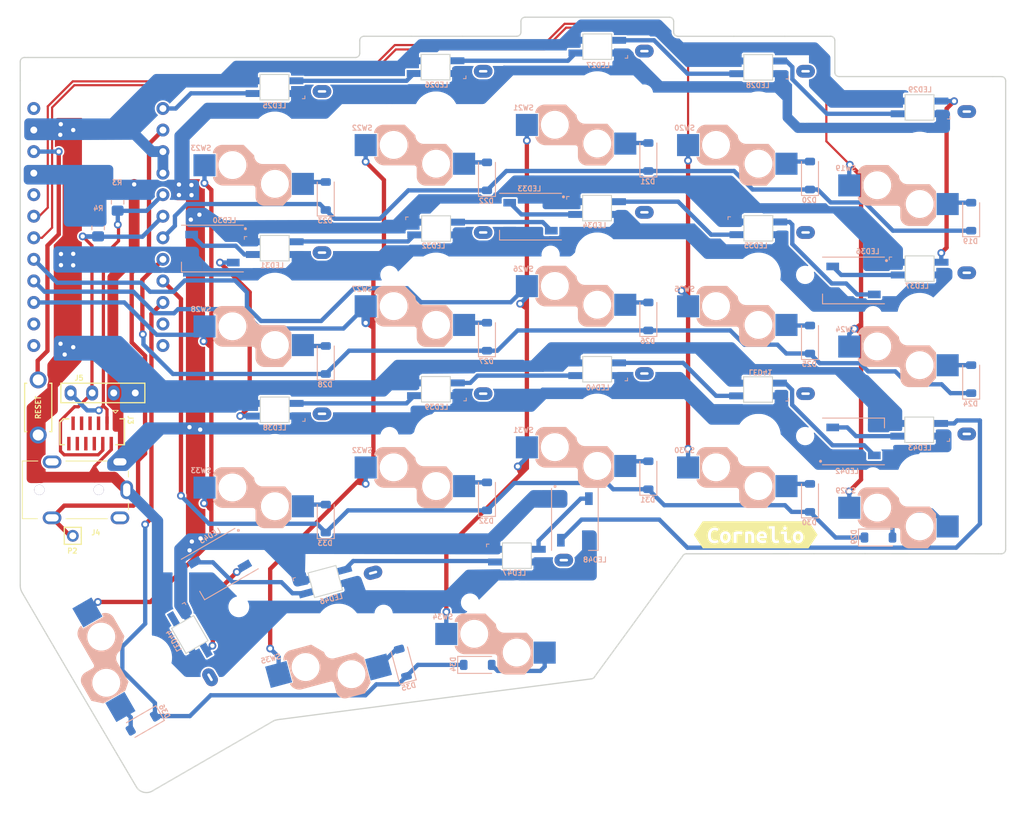
<source format=kicad_pcb>
(kicad_pcb (version 20221018) (generator pcbnew)
  (title_block (title "Corne Chocolate") (date "2024-02-10") (rev "2.4"))
  (layers (0 "F.Cu" signal) (31 "B.Cu" signal) (34 "B.Paste" user) (35 "F.Paste" user) (36 "B.SilkS" user "B.Silkscreen") (37 "F.SilkS" user "F.Silkscreen") (38 "B.Mask" user) (39 "F.Mask" user) (44 "Edge.Cuts" user))
  (net 0 "")
  (net 1 "Net-(D19-A)")
  (net 2 "Net-(D21-A)")
  (net 3 "Net-(D20-A)")
  (net 4 "Net-(D22-A)")
  (net 5 "Net-(D23-A)")
  (net 6 "Net-(D24-A)")
  (net 7 "Net-(D25-A)")
  (net 8 "Net-(D26-A)")
  (net 9 "Net-(D27-A)")
  (net 10 "Net-(D28-A)")
  (net 11 "Net-(D29-A)")
  (net 12 "Net-(D30-A)")
  (net 13 "Net-(D31-A)")
  (net 14 "Net-(D32-A)")
  (net 15 "Net-(D33-A)")
  (net 16 "Net-(D34-A)")
  (net 17 "Net-(D35-A)")
  (net 18 "Net-(D36-A)")
  (net 19 "Net-(LED25-DOUT)")
  (net 20 "Rrow0")
  (net 21 "Rrow1")
  (net 22 "Rrow2")
  (net 23 "Rrow3")
  (net 24 "Rdata")
  (net 25 "RSCL")
  (net 26 "RSDA")
  (net 27 "RLED")
  (net 28 "Rreset")
  (net 29 "Rcol1")
  (net 30 "Rcol2")
  (net 31 "Rcol3")
  (net 32 "Rcol4")
  (net 33 "Rcol5")
  (net 40 "RGND")
  (net 41 "RVCC")
  (net 42 "Net-(LED30-DOUT)")
  (net 43 "Net-(LED38-DOUT)")
  (net 44 "Net-(LED26-DOUT)")
  (net 45 "Net-(LED27-DOUT)")
  (net 46 "Net-(LED28-DOUT)")
  (net 47 "Net-(LED29-DOUT)")
  (net 48 "Net-(LED30-DIN)")
  (net 49 "Net-(LED31-DIN)")
  (net 50 "Net-(LED32-DIN)")
  (net 51 "Net-(LED33-DIN)")
  (net 52 "Net-(LED34-DIN)")
  (net 53 "Net-(LED35-DIN)")
  (net 54 "Net-(LED36-DIN)")
  (net 55 "Net-(LED39-DOUT)")
  (net 56 "Net-(LED40-DOUT)")
  (net 57 "Net-(LED41-DOUT)")
  (net 58 "Net-(LED42-DOUT)")
  (net 59 "Net-(LED43-DOUT)")
  (net 61 "Net-(LED44-DIN)")
  (net 62 "Net-(LED45-DIN)")
  (net 63 "Net-(LED46-DIN)")
  (net 64 "Net-(LED47-DIN)")
  (footprint "kbd:ChocV1_V2_Hotswap" (layer "F.Cu") (at 152.649583 122.894705)
    (fp_text reference "SW30")
    (fp_text value "SW_PUSH" hide)
  )
  (footprint "kbd:OLED_1side" (layer "F.Cu") (at 71.571573 117.810725)
    (fp_text reference "J5")
    (fp_text value "Conn_01x04" hide)
  )
  (footprint "kbd:ChocV1_V2_Hotswap" (layer "F.Cu") (at 171.649583 127.644705)
    (fp_text reference "SW29")
    (fp_text value "SW_PUSH" hide)
  )
  (footprint "MountingHole:MountingHole_2.2mm_M2_ISO14580" (layer "F.Cu") (at 162.144583 118.269705)
    (fp_text reference "H11" hide)
    (fp_text value "MountingHole" hide)
  )
  (footprint "kbd:ChocV1_V2_Hotswap" (layer "F.Cu") (at 95.649583 125.269705)
    (fp_text reference "SW33")
    (fp_text value "SW_PUSH" hide)
  )
  (footprint "MountingHole:MountingHole_2.2mm_M2_ISO14580" (layer "F.Cu") (at 162.144583 99.269705)
    (fp_text reference "H12" hide)
    (fp_text value "MountingHole" hide)
  )
  (footprint "kbd:1pin_conn" (layer "F.Cu") (at 71.825573 134.650925 90)
    (fp_text reference "P2")
    (fp_text value "Conn_01x01" hide)
  )
  (footprint "kbd:ChocV1_V2_Hotswap" (layer "F.Cu") (at 133.649583 82.519705)
    (fp_text reference "SW21")
    (fp_text value "SW_PUSH" hide)
  )
  (footprint "kbd:ChocV1_V2_Hotswap" (layer "F.Cu") (at 103.149583 145.269705 15)
    (fp_text reference "SW35")
    (fp_text value "SW_PUSH" hide)
  )
  (footprint "kibuzzard-65BBD98A" (layer "F.Cu") (at 152.318173 134.523925)
    (fp_text reference "kibuzzard-65BBD98A" hide)
    (fp_text value "G***" hide)
  )
  (footprint "kbd:ChocV1_V2_Hotswap" (layer "F.Cu") (at 114.649583 122.894705)
    (fp_text reference "SW32")
    (fp_text value "SW_PUSH" hide)
  )
  (footprint "kbd:ChocV1_V2_Hotswap" (layer "F.Cu") (at 95.649583 106.269705)
    (fp_text reference "SW28")
    (fp_text value "SW_PUSH" hide)
  )
  (footprint "MountingHole:MountingHole_2.2mm_M2_ISO14580" (layer "F.Cu") (at 82.894583 128.269705)
    (fp_text reference "H9" hide)
    (fp_text value "MountingHole")
  )
  (footprint "MountingHole:MountingHole_2.2mm_M2_ISO14580" (layer "F.Cu") (at 68.394583 136.769705)
    (fp_text reference "H8" hide)
    (fp_text value "MountingHole")
  )
  (footprint "kbd:54-00174_TEN" (layer "F.Cu") (at 65.881973 129.232405 90)
    (fp_text reference "J4")
    (fp_text value "54-00174")
  )
  (footprint "kbd:ChocV1_V2_Hotswap" (layer "F.Cu") (at 95.649583 87.269705)
    (fp_text reference "SW23")
    (fp_text value "SW_PUSH" hide)
  )
  (footprint "kbd:CON_781271220" (layer "F.Cu") (at 74.111573 122.585925 180)
    (fp_text reference "J3")
    (fp_text value "781271220" hide)
  )
  (footprint "MountingHole:MountingHole_2.2mm_M2_ISO14580" (layer "F.Cu") (at 91.394583 143.019705)
    (fp_text reference "H14" hide)
    (fp_text value "MountingHole" hide)
  )
  (footprint "kbd:ChocV1_V2_Hotswap_1.5u" (layer "F.Cu") (at 80.899583 149.019705 -60)
    (fp_text reference "SW36" hide)
    (fp_text value "SW_PUSH" hide)
  )
  (footprint "kbd:ChocV1_V2_Hotswap" (layer "F.Cu") (at 114.649583 84.894705)
    (fp_text reference "SW22")
    (fp_text value "SW_PUSH" hide)
  )
  (footprint "kbd:ChocV1_V2_Hotswap" (layer "F.Cu") (at 124.149583 142.519705)
    (fp_text reference "SW34")
    (fp_text value "SW_PUSH" hide)
  )
  (footprint "MountingHole:MountingHole_2.2mm_M2_ISO14580" (layer "F.Cu") (at 137.894583 135.269705)
    (fp_text reference "H10" hide)
    (fp_text value "MountingHole" hide)
  )
  (footprint "kbd:ChocV1_V2_Hotswap" (layer "F.Cu") (at 152.649583 84.894705)
    (fp_text reference "SW20")
    (fp_text value "SW_PUSH" hide)
  )
  (footprint "kbd:ChocV1_V2_Hotswap" (layer "F.Cu") (at 171.649583 89.644705)
    (fp_text reference "SW19")
    (fp_text value "SW_PUSH" hide)
  )
  (footprint "kbd:ChocV1_V2_Hotswap" (layer "F.Cu") (at 171.649583 108.644705)
    (fp_text reference "SW24")
    (fp_text value "SW_PUSH" hide)
  )
  (footprint "kbd:ProMicro_v2_1side" (layer "F.Cu") (at 74.791773 98.760725)
    (fp_text reference "U2" hide)
    (fp_text value "ProMicro" hide)
  )
  (footprint "kbd:ChocV1_V2_Hotswap" (layer "F.Cu") (at 114.649583 103.894705)
    (fp_text reference "SW27")
    (fp_text value "SW_PUSH" hide)
  )
  (footprint "kbd:ResetSW_1side" (layer "F.Cu") (at 67.749583 119.519705 90)
    (fp_text reference "RSW2" hide)
    (fp_text value "SW_PUSH" hide)
  )
  (footprint "kbd:ChocV1_V2_Hotswap" (layer "F.Cu") (at 152.649583 103.894705)
    (fp_text reference "SW25")
    (fp_text value "SW_PUSH" hide)
  )
  (footprint "kbd:ChocV1_V2_Hotswap" (layer "F.Cu") (at 133.649583 101.519705)
    (fp_text reference "SW26")
    (fp_text value "SW_PUSH" hide)
  )
  (footprint "kbd:ChocV1_V2_Hotswap" (layer "F.Cu") (at 133.649583 120.519705)
    (fp_text reference "SW31")
    (fp_text value "SW_PUSH" hide)
  )
  (footprint "MountingHole:MountingHole_2.2mm_M2_ISO14580" (layer "F.Cu") (at 105.144583 95.519705)
    (fp_text reference "H13" hide)
    (fp_text value "MountingHole" hide)
  )
  (footprint "MountingHole:MountingHole_2.2mm_M2_ISO14580" (layer "F.Cu") (at 67.530373 80.033925)
    (fp_text reference "H15" hide)
    (fp_text value "MountingHole" hide)
  )
  (footprint "kbd:D_SOD-123" (layer "B.Cu") (at 139.668973 127.513525 90)
    (fp_text reference "D31")
    (fp_text value "1N4148W")
  )
  (footprint "kbd:LED_WS2812B_PLCC4_5.0x5.0mm_P3.2mm" (layer "B.Cu") (at 131.007573 132.720525 -90)
    (fp_text reference "LED48")
    (fp_text value "WS2812B")
  )
  (footprint "kbd:D_SOD-123" (layer "B.Cu") (at 177.718173 97.033525 90)
    (fp_text reference "D19")
    (fp_text value "1N4148W")
  )
  (footprint "kbd:LED_SK6812-MINI-E" (layer "B.Cu") (at 171.633473 84.155725)
    (fp_text reference "LED29")
    (fp_text value "YS-SK6812MINI-E" hide)
    (fp_line (start -1.7 -1.5) (end 1.7 -1.5) (stroke (width 0.12)) (layer "Edge.Cuts"))
    (fp_line (start -1.7 1.5) (end -1.7 -1.5) (stroke (width 0.12)) (layer "Edge.Cuts"))
    (fp_line (start 1.7 -1.5) (end 1.7 1.5) (stroke (width 0.12)) (layer "Edge.Cuts"))
    (fp_line (start 1.7 1.5) (end -1.7 1.5) (stroke (width 0.12)) (layer "Edge.Cuts"))
  )
  (footprint "kbd:LED_SK6812-MINI-E" (layer "B.Cu") (at 152.637073 98.405125 180)
    (fp_text reference "LED35")
    (fp_text value "YS-SK6812MINI-E" hide)
    (fp_line (start -1.7 -1.5) (end 1.7 -1.5) (stroke (width 0.12)) (layer "Edge.Cuts"))
    (fp_line (start -1.7 1.5) (end -1.7 -1.5) (stroke (width 0.12)) (layer "Edge.Cuts"))
    (fp_line (start 1.7 -1.5) (end 1.7 1.5) (stroke (width 0.12)) (layer "Edge.Cuts"))
    (fp_line (start 1.7 1.5) (end -1.7 1.5) (stroke (width 0.12)) (layer "Edge.Cuts"))
  )
  (footprint "kbd:LED_SK6812-MINI-E" (layer "B.Cu") (at 171.647573 103.154925 180)
    (fp_text reference "LED37")
    (fp_text value "YS-SK6812MINI-E" hide)
    (fp_line (start -1.7 -1.5) (end 1.7 -1.5) (stroke (width 0.12)) (layer "Edge.Cuts"))
    (fp_line (start -1.7 1.5) (end -1.7 -1.5) (stroke (width 0.12)) (layer "Edge.Cuts"))
    (fp_line (start 1.7 -1.5) (end 1.7 1.5) (stroke (width 0.12)) (layer "Edge.Cuts"))
    (fp_line (start 1.7 1.5) (end -1.7 1.5) (stroke (width 0.12)) (layer "Edge.Cuts"))
  )
  (footprint "kbd:LED_WS2812B_PLCC4_5.0x5.0mm_P3.2mm" (layer "B.Cu") (at 163.849773 123.525725)
    (fp_text reference "LED42")
    (fp_text value "WS2812B")
  )
  (footprint "kbd:D_SOD-123" (layer "B.Cu") (at 101.645173 113.924525 90)
    (fp_text reference "D28")
    (fp_text value "1N4148W")
  )
  (footprint "kbd:D_SOD-123" (layer "B.Cu") (at 80.080573 156.723525 -150)
    (fp_text reference "D36")
    (fp_text value "1N4148W")
  )
  (footprint "kbd:D_SOD-123" (layer "B.Cu") (at 101.645173 94.595125 90)
    (fp_text reference "D23")
    (fp_text value "1N4148W")
  )
  (footprint "kbd:LED_SK6812-MINI-E" (layer "B.Cu") (at 171.596773 122.154125)
    (fp_text reference "LED43")
    (fp_text value "YS-SK6812MINI-E" hide)
    (fp_line (start -1.7 -1.5) (end 1.7 -1.5) (stroke (width 0.12)) (layer "Edge.Cuts"))
    (fp_line (start -1.7 1.5) (end -1.7 -1.5) (stroke (width 0.12)) (layer "Edge.Cuts"))
    (fp_line (start 1.7 -1.5) (end 1.7 1.5) (stroke (width 0.12)) (layer "Edge.Cuts"))
    (fp_line (start 1.7 1.5) (end -1.7 1.5) (stroke (width 0.12)) (layer "Edge.Cuts"))
  )
  (footprint "kbd:D_SOD-123" (layer "B.Cu") (at 101.645173 132.618925 90)
    (fp_text reference "D33")
    (fp_text value "1N4148W")
  )
  (footprint "kbd:LED_WS2812B_PLCC4_5.0x5.0mm_P3.2mm" (layer "B.Cu") (at 89.148373 137.978325 -150)
    (fp_text reference "LED45")
    (fp_text value "WS2812B")
  )
  (footprint "kbd:LED_SK6812-MINI-E" (layer "B.Cu") (at 124.174973 136.987725 180)
    (fp_text reference "LED47")
    (fp_text value "YS-SK6812MINI-E" hide)
    (fp_line (start -1.7 -1.5) (end 1.7 -1.5) (stroke (width 0.12)) (layer "Edge.Cuts"))
    (fp_line (start -1.7 1.5) (end -1.7 -1.5) (stroke (width 0.12)) (layer "Edge.Cuts"))
    (fp_line (start 1.7 -1.5) (end 1.7 1.5) (stroke (width 0.12)) (layer "Edge.Cuts"))
    (fp_line (start 1.7 1.5) (end -1.7 1.5) (stroke (width 0.12)) (layer "Edge.Cuts"))
  )
  (footprint "kbd:LED_WS2812B_PLCC4_5.0x5.0mm_P3.2mm" (layer "B.Cu") (at 88.285973 100.792725 180)
    (fp_text reference "LED30")
    (fp_text value "WS2812B")
  )
  (footprint "kbd:LED_SK6812-MINI-E" (layer "B.Cu") (at 85.617773 146.284125 120)
    (fp_text reference "LED44")
    (fp_text value "YS-SK6812MINI-E" hide)
    (fp_line (start -1.7 -1.5) (end 1.7 -1.5) (stroke (width 0.12)) (layer "Edge.Cuts"))
    (fp_line (start -1.7 1.5) (end -1.7 -1.5) (stroke (width 0.12)) (layer "Edge.Cuts"))
    (fp_line (start 1.7 -1.5) (end 1.7 1.5) (stroke (width 0.12)) (layer "Edge.Cuts"))
    (fp_line (start 1.7 1.5) (end -1.7 1.5) (stroke (width 0.12)) (layer "Edge.Cuts"))
  )
  (footprint "kbd:D_SOD-123" (layer "B.Cu") (at 120.644373 130.002725 90)
    (fp_text reference "D32")
    (fp_text value "1N4148W")
  )
  (footprint "kbd:D_SOD-123" (layer "B.Cu") (at 139.668973 89.997725 90)
    (fp_text reference "D21")
    (fp_text value "1N4148W")
  )
  (footprint "kbd:LED_SK6812-MINI-E" (layer "B.Cu") (at 114.624573 117.378925)
    (fp_text reference "LED39")
    (fp_text value "YS-SK6812MINI-E" hide)
    (fp_line (start -1.7 -1.5) (end 1.7 -1.5) (stroke (width 0.12)) (layer "Edge.Cuts"))
    (fp_line (start -1.7 1.5) (end -1.7 -1.5) (stroke (width 0.12)) (layer "Edge.Cuts"))
    (fp_line (start 1.7 -1.5) (end 1.7 1.5) (stroke (width 0.12)) (layer "Edge.Cuts"))
    (fp_line (start 1.7 1.5) (end -1.7 1.5) (stroke (width 0.12)) (layer "Edge.Cuts"))
  )
  (footprint "kbd:D_SOD-123" (layer "B.Cu") (at 166.796173 134.854125)
    (fp_text reference "D29")
    (fp_text value "1N4148W")
  )
  (footprint "kbd:LED_SK6812-MINI-E" (layer "B.Cu") (at 95.625373 100.741925 180)
    (fp_text reference "LED31")
    (fp_text value "YS-SK6812MINI-E" hide)
    (fp_line (start -1.7 -1.5) (end 1.7 -1.5) (stroke (width 0.12)) (layer "Edge.Cuts"))
    (fp_line (start -1.7 1.5) (end -1.7 -1.5) (stroke (width 0.12)) (layer "Edge.Cuts"))
    (fp_line (start 1.7 -1.5) (end 1.7 1.5) (stroke (width 0.12)) (layer "Edge.Cuts"))
    (fp_line (start 1.7 1.5) (end -1.7 1.5) (stroke (width 0.12)) (layer "Edge.Cuts"))
  )
  (footprint "kbd:LED_WS2812B_PLCC4_5.0x5.0mm_P3.2mm" (layer "B.Cu") (at 125.775173 97.033525 180)
    (fp_text reference "LED33")
    (fp_text value "WS2812B")
  )
  (footprint "kbd:R_0805_2012Metric_Pad1.20x1.40mm_HandSolder" (layer "B.Cu") (at 74.810373 98.353925 -90)
    (fp_text reference "R4")
    (fp_text value "4k7")
  )
  (footprint "kbd:D_SOD-123" (layer "B.Cu") (at 177.718173 116.185125 90)
    (fp_text reference "D24")
    (fp_text value "1N4148W")
  )
  (footprint "kbd:D_SOD-123" (layer "B.Cu") (at 110.733624 149.605103 105)
    (fp_text reference "D35")
    (fp_text value "1N4148W")
  )
  (footprint "kbd:D_SOD-123" (layer "B.Cu") (at 158.718973 92.182125 90)
    (fp_text reference "D20")
    (fp_text value "1N4148W")
  )
  (footprint "kbd:LED_SK6812-MINI-E" (layer "B.Cu") (at 133.623773 96.017525 180)
    (fp_text reference "LED34")
    (fp_text value "YS-SK6812MINI-E" hide)
    (fp_line (start -1.7 -1.5) (end 1.7 -1.5) (stroke (width 0.12)) (layer "Edge.Cuts"))
    (fp_line (start -1.7 1.5) (end -1.7 -1.5) (stroke (width 0.12)) (layer "Edge.Cuts"))
    (fp_line (start 1.7 -1.5) (end 1.7 1.5) (stroke (width 0.12)) (layer "Edge.Cuts"))
    (fp_line (start 1.7 1.5) (end -1.7 1.5) (stroke (width 0.12)) (layer "Edge.Cuts"))
  )
  (footprint "kbd:D_SOD-123" (layer "B.Cu") (at 119.552173 149.865525)
    (fp_text reference "D34")
    (fp_text value "1N4148W")
  )
  (footprint "kbd:LED_SK6812-MINI-E" (layer "B.Cu") (at 133.649173 76.992925)
    (fp_text reference "LED27")
    (fp_text value "YS-SK6812MINI-E" hide)
    (fp_line (start -1.7 -1.5) (end 1.7 -1.5) (stroke (width 0.12)) (layer "Edge.Cuts"))
    (fp_line (start -1.7 1.5) (end -1.7 -1.5) (stroke (width 0.12)) (layer "Edge.Cuts"))
    (fp_line (start 1.7 -1.5) (end 1.7 1.5) (stroke (width 0.12)) (layer "Edge.Cuts"))
    (fp_line (start 1.7 1.5) (end -1.7 1.5) (stroke (width 0.12)) (layer "Edge.Cuts"))
  )
  (footprint "kbd:D_SOD-123" (layer "B.Cu") (at 139.668973 108.794725 90)
    (fp_text reference "D26")
    (fp_text value "1N4148W")
  )
  (footprint "kbd:LED_SK6812-MINI-E" (layer "B.Cu") (at 152.622973 79.431325)
    (fp_text reference "LED28")
    (fp_text value "YS-SK6812MINI-E" hide)
    (fp_line (start -1.7 -1.5) (end 1.7 -1.5) (stroke (width 0.12)) (layer "Edge.Cuts"))
    (fp_line (start -1.7 1.5) (end -1.7 -1.5) (stroke (width 0.12)) (layer "Edge.Cuts"))
    (fp_line (start 1.7 -1.5) (end 1.7 1.5) (stroke (width 0.12)) (layer "Edge.Cuts"))
    (fp_line (start 1.7 1.5) (end -1.7 1.5) (stroke (width 0.12)) (layer "Edge.Cuts"))
  )
  (footprint "kbd:LED_SK6812-MINI-E" (layer "B.Cu") (at 133.635073 115.016725)
    (fp_text reference "LED40")
    (fp_text value "YS-SK6812MINI-E" hide)
    (fp_line (start -1.7 -1.5) (end 1.7 -1.5) (stroke (width 0.12)) (layer "Edge.Cuts"))
    (fp_line (start -1.7 1.5) (end -1.7 -1.5) (stroke (width 0.12)) (layer "Edge.Cuts"))
    (fp_line (start 1.7 -1.5) (end 1.7 1.5) (stroke (width 0.12)) (layer "Edge.Cuts"))
    (fp_line (start 1.7 1.5) (end -1.7 1.5) (stroke (width 0.12)) (layer "Edge.Cuts"))
  )
  (footprint "kbd:LED_SK6812-MINI-E" (layer "B.Cu") (at 114.585073 79.405925)
    (fp_text reference "LED26")
    (fp_text value "YS-SK6812MINI-E" hide)
    (fp_line (start -1.7 -1.5) (end 1.7 -1.5) (stroke (width 0.12)) (layer "Edge.Cuts"))
    (fp_line (start -1.7 1.5) (end -1.7 -1.5) (stroke (width 0.12)) (layer "Edge.Cuts"))
    (fp_line (start 1.7 -1.5) (end 1.7 1.5) (stroke (width 0.12)) (layer "Edge.Cuts"))
    (fp_line (start 1.7 1.5) (end -1.7 1.5) (stroke (width 0.12)) (layer "Edge.Cuts"))
  )
  (footprint "kbd:LED_SK6812-MINI-E" (layer "B.Cu") (at 114.649973 98.430525 180)
    (fp_text reference "LED32")
    (fp_text value "YS-SK6812MINI-E" hide)
    (fp_line (start -1.7 -1.5) (end 1.7 -1.5) (stroke (width 0.12)) (layer "Edge.Cuts"))
    (fp_line (start -1.7 1.5) (end -1.7 -1.5) (stroke (width 0.12)) (layer "Edge.Cuts"))
    (fp_line (start 1.7 -1.5) (end 1.7 1.5) (stroke (width 0.12)) (layer "Edge.Cuts"))
    (fp_line (start 1.7 1.5) (end -1.7 1.5) (stroke (width 0.12)) (layer "Edge.Cuts"))
  )
  (footprint "kbd:R_0805_2012Metric_Pad1.20x1.40mm_HandSolder" (layer "B.Cu") (at 77.110373 95.323925 -90)
    (fp_text reference "R3")
    (fp_text value "4k7")
  )
  (footprint "kbd:D_SOD-123" (layer "B.Cu") (at 158.718973 130.180525 90)
    (fp_text reference "D30")
    (fp_text value "1N4148W")
  )
  (footprint "kbd:LED_SK6812-MINI-E" (layer "B.Cu") (at 95.599973 81.768125)
    (fp_text reference "LED25")
    (fp_text value "YS-SK6812MINI-E" hide)
    (fp_line (start -1.7 -1.5) (end 1.7 -1.5) (stroke (width 0.12)) (layer "Edge.Cuts"))
    (fp_line (start -1.7 1.5) (end -1.7 -1.5) (stroke (width 0.12)) (layer "Edge.Cuts"))
    (fp_line (start 1.7 -1.5) (end 1.7 1.5) (stroke (width 0.12)) (layer "Edge.Cuts"))
    (fp_line (start 1.7 1.5) (end -1.7 1.5) (stroke (width 0.12)) (layer "Edge.Cuts"))
  )
  (footprint "kbd:D_SOD-123" (layer "B.Cu") (at 120.644373 111.181325 90)
    (fp_text reference "D27")
    (fp_text value "1N4148W")
  )
  (footprint "kbd:D_SOD-123" (layer "B.Cu") (at 158.718973 111.511525 90)
    (fp_text reference "D25")
    (fp_text value "1N4148W")
  )
  (footprint "kbd:LED_SK6812-MINI-E" (layer "B.Cu") (at 95.625373 119.791925)
    (fp_text reference "LED38")
    (fp_text value "YS-SK6812MINI-E" hide)
    (fp_line (start -1.7 -1.5) (end 1.7 -1.5) (stroke (width 0.12)) (layer "Edge.Cuts"))
    (fp_line (start -1.7 1.5) (end -1.7 -1.5) (stroke (width 0.12)) (layer "Edge.Cuts"))
    (fp_line (start 1.7 -1.5) (end 1.7 1.5) (stroke (width 0.12)) (layer "Edge.Cuts"))
    (fp_line (start 1.7 1.5) (end -1.7 1.5) (stroke (width 0.12)) (layer "Edge.Cuts"))
  )
  (footprint "kbd:LED_SK6812-MINI-E" (layer "B.Cu") (at 152.597573 117.404325)
    (fp_text reference "LED41")
    (fp_text value "YS-SK6812MINI-E" hide)
    (fp_line (start -1.7 -1.5) (end 1.7 -1.5) (stroke (width 0.12)) (layer "Edge.Cuts"))
    (fp_line (start -1.7 1.5) (end -1.7 -1.5) (stroke (width 0.12)) (layer "Edge.Cuts"))
    (fp_line (start 1.7 -1.5) (end 1.7 1.5) (stroke (width 0.12)) (layer "Edge.Cuts"))
    (fp_line (start 1.7 1.5) (end -1.7 1.5) (stroke (width 0.12)) (layer "Edge.Cuts"))
  )
  (footprint "kbd:LED_WS2812B_PLCC4_5.0x5.0mm_P3.2mm" (layer "B.Cu") (at 163.849773 104.551925 180)
    (fp_text reference "LED36")
    (fp_text value "WS2812B")
  )
  (footprint "kbd:LED_SK6812-MINI-E" (layer "B.Cu") (at 101.58258 140.035725 -165)
    (fp_text reference "LED46")
    (fp_text value "YS-SK6812MINI-E" hide)
    (fp_line (start -1.7 -1.5) (end 1.7 -1.5) (stroke (width 0.12)) (layer "Edge.Cuts"))
    (fp_line (start -1.7 1.5) (end -1.7 -1.5) (stroke (width 0.12)) (layer "Edge.Cuts"))
    (fp_line (start 1.7 -1.5) (end 1.7 1.5) (stroke (width 0.12)) (layer "Edge.Cuts"))
    (fp_line (start 1.7 1.5) (end -1.7 1.5) (stroke (width 0.12)) (layer "Edge.Cuts"))
  )
  (footprint "kbd:D_SOD-123" (layer "B.Cu") (at 120.644373 92.283725 90)
    (fp_text reference "D22")
    (fp_text value "1N4148W")
  )
  (gr_line (start 181.282583 80.519705) (end 180.258583 80.519705) (stroke (width 0.15)) (layer "Edge.Cuts"))
  (gr_line (start 159.213393 136.763525) (end 165.213393 136.763525) (stroke (width 0.15)) (layer "Edge.Cuts"))
  (gr_line (start 105.649583 76.269705) (end 105.649583 77.769705) (stroke (width 0.15)) (layer "Edge.Cuts"))
  (gr_line (start 74.388452 155.887105) (end 79.35232 164.30117) (stroke (width 0.15)) (layer "Edge.Cuts"))
  (gr_line (start 181.782583 136.270552) (end 181.782583 135.811305) (stroke (width 0.15)) (layer "Edge.Cuts"))
  (gr_arc (start 105.649583 76.269705) (mid 105.796042 75.916164) (end 106.149583 75.769705) (stroke (width 0.15)) (layer "Edge.Cuts"))
  (gr_arc (start 65.859219 141.346201) (mid 65.686755 140.925176) (end 65.631983 140.473505) (stroke (width 0.15)) (layer "Edge.Cuts"))
  (gr_arc (start 124.649583 74.019705) (mid 124.796042 73.666164) (end 125.149583 73.519705) (stroke (width 0.15)) (layer "Edge.Cuts"))
  (gr_arc (start 143.79603 136.916152) (mid 143.958244 136.807772) (end 144.149583 136.769705) (stroke (width 0.15)) (layer "Edge.Cuts"))
  (gr_line (start 65.631983 140.473505) (end 65.631983 80.998505) (stroke (width 0.15)) (layer "Edge.Cuts"))
  (gr_arc (start 65.631983 78.767478) (mid 65.778435 78.41393) (end 66.131983 78.267478) (stroke (width 0.15)) (layer "Edge.Cuts"))
  (gr_line (start 117.747993 75.773325) (end 111.747993 75.773325) (stroke (width 0.15)) (layer "Edge.Cuts"))
  (gr_line (start 140.963223 140.794796) (end 137.436512 145.648898) (stroke (width 0.15)) (layer "Edge.Cuts"))
  (gr_arc (start 105.649583 77.769705) (mid 105.503148 78.12327) (end 105.149583 78.269705) (stroke (width 0.15)) (layer "Edge.Cuts"))
  (gr_line (start 181.27663 136.769705) (end 180.918983 136.769705) (stroke (width 0.15)) (layer "Edge.Cuts"))
  (gr_line (start 161.149583 75.773325) (end 155.746393 75.773325) (stroke (width 0.15)) (layer "Edge.Cuts"))
  (gr_arc (start 162.149583 80.519705) (mid 161.796028 80.37326) (end 161.649583 80.019705) (stroke (width 0.15)) (layer "Edge.Cuts"))
  (gr_arc (start 142.149583 73.519705) (mid 142.503136 73.666152) (end 142.649583 74.019705) (stroke (width 0.15)) (layer "Edge.Cuts"))
  (gr_line (start 96.229028 156.290049) (end 110.623269 154.407936) (stroke (width 0.15)) (layer "Edge.Cuts"))
  (gr_line (start 180.258583 80.519705) (end 162.149583 80.519705) (stroke (width 0.15)) (layer "Edge.Cuts"))
  (gr_line (start 66.570373 78.269705) (end 66.131983 78.269705) (stroke (width 0.15)) (layer "Edge.Cuts"))
  (gr_line (start 116.571938 153.624779) (end 132.899583 151.519705) (stroke (width 0.15)) (layer "Edge.Cuts"))
  (gr_line (start 142.149583 73.519705) (end 125.149583 73.519705) (stroke (width 0.15)) (layer "Edge.Cuts"))
  (gr_line (start 143.149583 75.773325) (end 149.746393 75.773325) (stroke (width 0.15)) (layer "Edge.Cuts"))
  (gr_arc (start 181.77663 136.270552) (mid 181.630182 136.624104) (end 181.27663 136.770552) (stroke (width 0.15)) (layer "Edge.Cuts"))
  (gr_arc (start 181.282583 80.523505) (mid 181.636136 80.669952) (end 181.782583 81.023505) (stroke (width 0.15)) (layer "Edge.Cuts"))
  (gr_line (start 140.963223 140.794796) (end 143.79603 136.916152) (stroke (width 0.15)) (layer "Edge.Cuts"))
  (gr_line (start 65.859219 141.346201) (end 71.343222 150.71733) (stroke (width 0.15)) (layer "Edge.Cuts"))
  (gr_arc (start 124.649583 75.269705) (mid 124.503148 75.62327) (end 124.149583 75.769705) (stroke (width 0.15)) (layer "Edge.Cuts"))
  (gr_arc (start 81.280332 164.680661) (mid 80.237521 164.891286) (end 79.35232 164.30117) (stroke (width 0.15)) (layer "Edge.Cuts"))
  (gr_line (start 105.149583 78.269705) (end 66.570373 78.269705) (stroke (width 0.15)) (layer "Edge.Cuts"))
  (gr_line (start 65.631983 80.998505) (end 65.631983 78.767478) (stroke (width 0.15)) (layer "Edge.Cuts"))
  (gr_arc (start 133.253136 151.373258) (mid 133.090927 151.481651) (end 132.899583 151.519705) (stroke (width 0.15)) (layer "Edge.Cuts"))
  (gr_line (start 165.213393 136.763525) (end 180.918983 136.769705) (stroke (width 0.15)) (layer "Edge.Cuts"))
  (gr_line (start 74.388452 155.887105) (end 71.343222 150.71733) (stroke (width 0.15)) (layer "Edge.Cuts"))
  (gr_line (start 149.746393 75.773325) (end 155.746393 75.773325) (stroke (width 0.15)) (layer "Edge.Cuts"))
  (gr_arc (start 161.149583 75.769705) (mid 161.503136 75.916152) (end 161.649583 76.269705) (stroke (width 0.15)) (layer "Edge.Cuts"))
  (gr_line (start 161.649583 80.019705) (end 161.649583 76.269705) (stroke (width 0.15)) (layer "Edge.Cuts"))
  (gr_arc (start 95.574583 156.419705) (mid 95.898631 156.338854) (end 96.229028 156.290049) (stroke (width 0.15)) (layer "Edge.Cuts"))
  (gr_line (start 142.649583 75.269705) (end 142.649583 74.019705) (stroke (width 0.15)) (layer "Edge.Cuts"))
  (gr_line (start 133.253136 151.373258) (end 137.436512 145.648898) (stroke (width 0.15)) (layer "Edge.Cuts"))
  (gr_line (start 81.280332 164.680661) (end 95.574583 156.419705) (stroke (width 0.15)) (layer "Edge.Cuts"))
  (gr_line (start 116.571938 153.624779) (end 110.623269 154.407936) (stroke (width 0.15)) (layer "Edge.Cuts"))
  (gr_arc (start 143.149583 75.769705) (mid 142.796028 75.62326) (end 142.649583 75.269705) (stroke (width 0.15)) (layer "Edge.Cuts"))
  (gr_line (start 111.747993 75.769705) (end 106.149583 75.769705) (stroke (width 0.15)) (layer "Edge.Cuts"))
  (gr_line (start 144.149583 136.769705) (end 159.213393 136.763525) (stroke (width 0.15)) (layer "Edge.Cuts"))
  (gr_line (start 124.649583 74.019705) (end 124.649583 75.269705) (stroke (width 0.15)) (layer "Edge.Cuts"))
  (gr_line (start 124.149583 75.773325) (end 117.747993 75.773325) (stroke (width 0.15)) (layer "Edge.Cuts"))
  (gr_line (start 181.782583 135.811305) (end 181.782583 81.023505) (stroke (width 0.15)) (layer "Edge.Cuts"))
  (segment (start 175.110763 95.383525) (end 174.949583 95.544705) (width 1) (layer "B.Cu") (net 1))
  (segment (start 177.718173 95.383525) (end 175.110763 95.383525) (width 0.508) (layer "B.Cu") (net 1))
  (segment (start 139.668973 88.347725) (end 137.021563 88.347725) (width 0.508) (layer "B.Cu") (net 2))
  (segment (start 137.021563 88.347725) (end 136.949583 88.419705) (width 1) (layer "B.Cu") (net 2))
  (segment (start 156.212163 90.532125) (end 155.949583 90.794705) (width 1) (layer "B.Cu") (net 3))
  (segment (start 158.718973 90.532125) (end 156.212163 90.532125) (width 0.508) (layer "B.Cu") (net 3))
  (segment (start 118.110563 90.633725) (end 117.949583 90.794705) (width 1) (layer "B.Cu") (net 4))
  (segment (start 120.644373 90.633725) (end 118.110563 90.633725) (width 0.508) (layer "B.Cu") (net 4))
  (segment (start 101.645173 92.945125) (end 99.174163 92.945125) (width 0.508) (layer "B.Cu") (net 5))
  (segment (start 99.174163 92.945125) (end 98.949583 93.169705) (width 1) (layer "B.Cu") (net 5))
  (segment (start 174.959163 114.535125) (end 174.949583 114.544705) (width 1) (layer "B.Cu") (net 6))
  (segment (start 177.718173 114.535125) (end 174.959163 114.535125) (width 0.508) (layer "B.Cu") (net 6))
  (segment (start 156.016403 109.861525) (end 155.949583 109.794705) (width 1) (layer "B.Cu") (net 7))
  (segment (start 158.718973 109.861525) (end 156.016403 109.861525) (width 0.508) (layer "B.Cu") (net 7))
  (segment (start 139.668973 107.144725) (end 137.224563 107.144725) (width 0.508) (layer "B.Cu") (net 8))
  (segment (start 137.224563 107.144725) (end 136.949583 107.419705) (width 1) (layer "B.Cu") (net 8))
  (segment (start 120.644373 109.531325) (end 118.212963 109.531325) (width 0.508) (layer "B.Cu") (net 9))
  (segment (start 118.212963 109.531325) (end 117.949583 109.794705) (width 0.508) (layer "B.Cu") (net 9))
  (segment (start 99.054403 112.274525) (end 98.949583 112.169705) (width 0.508) (layer "B.Cu") (net 10))
  (segment (start 101.645173 112.274525) (end 99.054403 112.274525) (width 0.508) (layer "B.Cu") (net 10))
  (segment (start 168.446173 133.204125) (end 169.986593 131.663705) (width 0.508) (layer "B.Cu") (net 11))
  (segment (start 169.986593 131.663705) (end 173.068583 131.663705) (width 0.508) (layer "B.Cu") (net 11))
  (segment (start 168.446173 134.854125) (end 168.446173 133.204125) (width 0.508) (layer "B.Cu") (net 11))
  (segment (start 173.068583 131.663705) (end 174.949583 133.544705) (width 0.508) (layer "B.Cu") (net 11))
  (segment (start 156.213763 128.530525) (end 155.949583 128.794705) (width 0.508) (layer "B.Cu") (net 12))
  (segment (start 158.718973 128.530525) (end 156.213763 128.530525) (width 0.508) (layer "B.Cu") (net 12))
  (segment (start 139.668973 125.863525) (end 137.505763 125.863525) (width 0.508) (layer "B.Cu") (net 13))
  (segment (start 137.505763 125.863525) (end 136.949583 126.419705) (width 0.508) (layer "B.Cu") (net 13))
  (segment (start 118.391563 128.352725) (end 117.949583 128.794705) (width 0.508) (layer "B.Cu") (net 14))
  (segment (start 120.644373 128.352725) (end 118.391563 128.352725) (width 0.508) (layer "B.Cu") (net 14))
  (segment (start 101.645173 130.968925) (end 99.150363 130.968925) (width 0.508) (layer "B.Cu") (net 15))
  (segment (start 99.150363 130.968925) (end 98.949583 131.169705) (width 0.508) (layer "B.Cu") (net 15))
  (segment (start 121.913373 150.576725) (end 126.943573 150.576725) (width 0.508) (layer "B.Cu") (net 16))
  (segment (start 127.449583 150.070715) (end 127.449583 148.419705) (width 0.508) (layer "B.Cu") (net 16))
  (segment (start 126.943573 150.576725) (end 127.449583 150.070715) (width 0.508) (layer "B.Cu") (net 16))
  (segment (start 121.202173 149.865525) (end 121.913373 150.576725) (width 0.508) (layer "B.Cu") (net 16))
  (segment (start 109.967411 148.011325) (end 107.864171 150.114565) (width 0.508) (layer "B.Cu") (net 17))
  (segment (start 110.306573 148.011325) (end 109.967411 148.011325) (width 0.508) (layer "B.Cu") (net 17))
  (segment (start 78.651631 156.039187) (end 77.440033 154.827589) (width 0.508) (layer "B.Cu") (net 18))
  (segment (start 78.651631 157.548525) (end 78.651631 156.039187) (width 0.508) (layer "B.Cu") (net 18))
  (segment (start 98.149973 81.018125) (end 111.172873 81.018125) (width 0.508) (layer "B.Cu") (net 19))
  (segment (start 111.172873 81.018125) (end 112.035073 80.155925) (width 0.508) (layer "B.Cu") (net 19))
  (segment (start 168.496973 98.683525) (end 165.170573 95.357125) (width 0.508) (layer "B.Cu") (net 20))
  (segment (start 120.644373 93.933725) (end 111.374373 93.933725) (width 0.508) (layer "B.Cu") (net 20))
  (segment (start 161.157373 95.357125) (end 159.632373 93.832125) (width 0.508) (layer "B.Cu") (net 20))
  (segment (start 100.943973 95.543925) (end 101.645173 96.245125) (width 0.508) (layer "B.Cu") (net 20))
  (segment (start 122.930373 91.647725) (end 120.644373 93.933725) (width 0.508) (layer "B.Cu") (net 20))
  (segment (start 82.448173 99.522725) (end 83.865173 98.105725) (width 0.508) (layer "B.Cu") (net 20))
  (segment (start 151.961573 93.832125) (end 158.718973 93.832125) (width 0.508) (layer "B.Cu") (net 20))
  (segment (start 111.374373 93.933725) (end 108.024173 97.283925) (width 0.508) (layer "B.Cu") (net 20))
  (segment (start 165.170573 95.357125) (end 161.157373 95.357125) (width 0.508) (layer "B.Cu") (net 20))
  (segment (start 139.668973 91.647725) (end 122.930373 91.647725) (width 0.508) (layer "B.Cu") (net 20))
  (segment (start 108.024173 97.283925) (end 102.683973 97.283925) (width 0.508) (layer "B.Cu") (net 20))
  (segment (start 83.865173 96.959125) (end 85.280373 95.543925) (width 0.508) (layer "B.Cu") (net 20))
  (segment (start 149.777173 91.647725) (end 151.961573 93.832125) (width 0.508) (layer "B.Cu") (net 20))
  (segment (start 83.865173 98.105725) (end 83.865173 96.959125) (width 0.508) (layer "B.Cu") (net 20))
  (segment (start 85.280373 95.543925) (end 100.943973 95.543925) (width 0.508) (layer "B.Cu") (net 20))
  (segment (start 159.632373 93.832125) (end 158.718973 93.832125) (width 0.508) (layer "B.Cu") (net 20))
  (segment (start 102.683973 97.283925) (end 101.645173 96.245125) (width 0.508) (layer "B.Cu") (net 20))
  (segment (start 177.718173 98.683525) (end 168.496973 98.683525) (width 0.508) (layer "B.Cu") (net 20))
  (segment (start 139.668973 91.647725) (end 149.777173 91.647725) (width 0.508) (layer "B.Cu") (net 20))
  (segment (start 80.105973 110.876525) (end 80.083773 110.898725) (width 0.508) (layer "F.Cu") (net 21))
  (segment (start 80.156773 110.876525) (end 80.105973 110.876525) (width 0.508) (layer "F.Cu") (net 21))
  (segment (start 80.029773 110.844725) (end 80.029773 104.481125) (width 0.508) (layer "F.Cu") (net 21))
  (segment (start 80.083773 110.898725) (end 80.029773 110.844725) (width 0.508) (layer "F.Cu") (net 21))
  (segment (start 80.029773 104.481125) (end 82.448173 102.062725) (width 0.508) (layer "F.Cu") (net 21))
  (via (at 80.083773 110.898725) (size 0.9144) (drill 0.508) (layers "F.Cu" "B.Cu") (net 21))
  (segment (start 168.777373 115.270725) (end 165.576973 115.270725) (width 0.508) (layer "B.Cu") (net 21))
  (segment (start 120.644373 112.831325) (end 104.388373 112.831325) (width 0.508) (layer "B.Cu") (net 21))
  (segment (start 121.864573 112.831325) (end 120.644373 112.831325) (width 0.508) (layer "B.Cu") (net 21))
  (segment (start 165.576973 115.270725) (end 164.611773 114.305525) (width 0.508) (layer "B.Cu") (net 21))
  (segment (start 124.251173 110.444725) (end 121.864573 112.831325) (width 0.508) (layer "B.Cu") (net 21))
  (segment (start 154.883573 112.121125) (end 150.997373 112.121125) (width 0.508) (layer "B.Cu") (net 21))
  (segment (start 80.156773 112.100325) (end 83.630973 115.574525) (width 0.508) (layer "B.Cu") (net 21))
  (segment (start 170.301373 116.794725) (end 168.777373 115.270725) (width 0.508) (layer "B.Cu") (net 21))
  (segment (start 80.156773 110.876525) (end 80.156773 112.100325) (width 0.508) (layer "B.Cu") (net 21))
  (segment (start 174.238373 116.794725) (end 170.301373 116.794725) (width 0.508) (layer "B.Cu") (net 21))
  (segment (start 83.630973 115.574525) (end 101.645173 115.574525) (width 0.508) (layer "B.Cu") (net 21))
  (segment (start 155.923973 113.161525) (end 154.883573 112.121125) (width 0.508) (layer "B.Cu") (net 21))
  (segment (start 149.320973 110.444725) (end 139.668973 110.444725) (width 0.508) (layer "B.Cu") (net 21))
  (segment (start 177.718173 117.835125) (end 175.278773 117.835125) (width 0.508) (layer "B.Cu") (net 21))
  (segment (start 164.611773 114.305525) (end 159.862973 114.305525) (width 0.508) (layer "B.Cu") (net 21))
  (segment (start 158.718973 113.161525) (end 155.923973 113.161525) (width 0.508) (layer "B.Cu") (net 21))
  (segment (start 175.278773 117.835125) (end 174.238373 116.794725) (width 0.508) (layer "B.Cu") (net 21))
  (segment (start 150.997373 112.121125) (end 149.320973 110.444725) (width 0.508) (layer "B.Cu") (net 21))
  (segment (start 104.388373 112.831325) (end 101.645173 115.574525) (width 0.508) (layer "B.Cu") (net 21))
  (segment (start 139.668973 110.444725) (end 124.251173 110.444725) (width 0.508) (layer "B.Cu") (net 21))
  (segment (start 159.862973 114.305525) (end 158.718973 113.161525) (width 0.508) (layer "B.Cu") (net 21))
  (segment (start 84.576373 106.730925) (end 82.448173 104.602725) (width 0.508) (layer "F.Cu") (net 22))
  (segment (start 84.576373 129.926525) (end 84.576373 106.730925) (width 0.508) (layer "F.Cu") (net 22))
  (segment (start 84.576373 129.926525) (end 84.576373 129.596325) (width 0.508) (layer "F.Cu") (net 22))
  (via (at 84.576373 129.926525) (size 0.9144) (drill 0.508) (layers "F.Cu" "B.Cu") (net 22))
  (segment (start 120.644373 131.652725) (end 104.261373 131.652725) (width 0.508) (layer "B.Cu") (net 22))
  (segment (start 104.261373 131.652725) (end 101.645173 134.268925) (width 0.508) (layer "B.Cu") (net 22))
  (segment (start 135.527773 129.163525) (end 134.792173 128.427925) (width 0.508) (layer "B.Cu") (net 22))
  (segment (start 158.718973 131.830525) (end 156.558973 131.830525) (width 0.508) (layer "B.Cu") (net 22))
  (segment (start 156.558973 131.830525) (end 155.772573 131.044125) (width 0.508) (layer "B.Cu") (net 22))
  (segment (start 87.878373 133.228525) (end 100.604773 133.228525) (width 0.508) (layer "B.Cu") (net 22))
  (segment (start 100.604773 133.228525) (end 101.645173 134.268925) (width 0.508) (layer "B.Cu") (net 22))
  (segment (start 139.668973 129.163525) (end 135.527773 129.163525) (width 0.508) (layer "B.Cu") (net 22))
  (segment (start 141.549573 131.044125) (end 139.668973 129.163525) (width 0.508) (layer "B.Cu") (net 22))
  (segment (start 84.576373 129.926525) (end 87.878373 133.228525) (width 0.508) (layer "B.Cu") (net 22))
  (segment (start 165.146173 134.854125) (end 161.742573 134.854125) (width 0.508) (layer "B.Cu") (net 22))
  (segment (start 161.742573 134.854125) (end 158.718973 131.830525) (width 0.508) (layer "B.Cu") (net 22))
  (segment (start 123.869173 128.427925) (end 120.644373 131.652725) (width 0.508) (layer "B.Cu") (net 22))
  (segment (start 134.792173 128.427925) (end 123.869173 128.427925) (width 0.508) (layer "B.Cu") (net 22))
  (segment (start 155.772573 131.044125) (end 141.549573 131.044125) (width 0.508) (layer "B.Cu") (net 22))
  (segment (start 81.096573 108.494325) (end 82.448173 107.142725) (width 0.508) (layer "F.Cu") (net 23))
  (segment (start 81.096573 132.568125) (end 81.096573 108.494325) (width 0.508) (layer "F.Cu") (net 23))
  (segment (start 80.356773 133.307925) (end 81.096573 132.568125) (width 0.508) (layer "F.Cu") (net 23))
  (via (at 80.356773 133.307925) (size 0.9144) (drill 0.508) (layers "F.Cu" "B.Cu") (net 23))
  (segment (start 77.667573 147.706525) (end 77.667573 150.525925) (width 0.508) (layer "B.Cu") (net 23))
  (segment (start 111.160675 151.198881) (end 110.198823 152.160733) (width 0.508) (layer "B.Cu") (net 23))
  (segment (start 85.629973 155.898525) (end 81.509515 155.898525) (width 0.508) (layer "B.Cu") (net 23))
  (segment (start 117.902173 149.865525) (end 112.494031 149.865525) (width 0.508) (layer "B.Cu") (net 23))
  (segment (start 80.359973 133.311125) (end 80.359973 145.014125) (width 0.508) (layer "B.Cu") (net 23))
  (segment (start 80.356773 133.307925) (end 80.359973 133.311125) (width 0.508) (layer "B.Cu") (net 23))
  (segment (start 110.198823 152.160733) (end 107.604965 152.160733) (width 0.508) (layer "B.Cu") (net 23))
  (segment (start 88.081573 153.446925) (end 85.629973 155.898525) (width 0.508) (layer "B.Cu") (net 23))
  (segment (start 77.667573 150.525925) (end 81.509515 154.367867) (width 0.508) (layer "B.Cu") (net 23))
  (segment (start 112.494031 149.865525) (end 111.160675 151.198881) (width 0.508) (layer "B.Cu") (net 23))
  (segment (start 81.509515 154.367867) (end 81.509515 155.898525) (width 0.508) (layer "B.Cu") (net 23))
  (segment (start 107.604965 152.160733) (end 106.318773 153.446925) (width 0.508) (layer "B.Cu") (net 23))
  (segment (start 106.318773 153.446925) (end 88.081573 153.446925) (width 0.508) (layer "B.Cu") (net 23))
  (segment (start 80.359973 145.014125) (end 77.667573 147.706525) (width 0.508) (layer "B.Cu") (net 23))
  (segment (start 82.448173 86.822725) (end 80.810373 88.460525) (width 0.508) (layer "F.Cu") (net 24))
  (segment (start 80.810373 101.593925) (end 78.770373 103.633925) (width 0.508) (layer "F.Cu") (net 24))
  (segment (start 80.344073 124.964025) (end 79.521773 125.786325) (width 0.508) (layer "F.Cu") (net 24))
  (segment (start 70.820453 131.093925) (end 69.381973 132.532405) (width 0.508) (layer "F.Cu") (net 24))
  (segment (start 79.521773 130.542525) (end 78.970373 131.093925) (width 0.508) (layer "F.Cu") (net 24))
  (segment (start 80.344073 113.426025) (end 80.344073 124.964025) (width 0.508) (layer "F.Cu") (net 24))
  (segment (start 79.521773 125.786325) (end 79.521773 130.542525) (width 0.508) (layer "F.Cu") (net 24))
  (segment (start 71.825573 134.650925) (end 71.500493 134.650925) (width 0.508) (layer "F.Cu") (net 24))
  (segment (start 78.770373 103.633925) (end 78.770373 111.852325) (width 0.508) (layer "F.Cu") (net 24))
  (segment (start 78.970373 131.093925) (end 70.820453 131.093925) (width 0.508) (layer "F.Cu") (net 24))
  (segment (start 78.770373 111.852325) (end 80.344073 113.426025) (width 0.508) (layer "F.Cu") (net 24))
  (segment (start 80.810373 88.460525) (end 80.810373 101.593925) (width 0.508) (layer "F.Cu") (net 24))
  (segment (start 71.500493 134.650925) (end 69.381973 132.532405) (width 0.508) (layer "F.Cu") (net 24))
  (segment (start 74.086173 100.449725) (end 74.086173 117.836125) (width 0.381) (layer "F.Cu") (net 25))
  (segment (start 70.377773 124.668725) (end 70.809573 125.100525) (width 0.381) (layer "F.Cu") (net 25))
  (segment (start 72.030165 119.436325) (end 70.377773 121.088717) (width 0.381) (layer "F.Cu") (net 25))
  (segment (start 72.990373 99.353925) (end 74.086173 100.449725) (width 0.381) (layer "F.Cu") (net 25))
  (segment (start 72.485973 119.436325) (end 72.030165 119.436325) (width 0.381) (layer "F.Cu") (net 25))
  (segment (start 70.809573 125.100525) (end 74.822773 125.100525) (width 0.381) (layer "F.Cu") (net 25))
  (segment (start 70.377773 121.088717) (end 70.377773 124.668725) (width 0.381) (layer "F.Cu") (net 25))
  (segment (start 75.361565 124.561733) (end 75.361565 123.785925) (width 0.381) (layer "F.Cu") (net 25))
  (segment (start 74.086173 117.836125) (end 72.485973 119.436325) (width 0.381) (layer "F.Cu") (net 25))
  (segment (start 74.822773 125.100525) (end 75.361565 124.561733) (width 0.381) (layer "F.Cu") (net 25))
  (via (at 72.990373 99.353925) (size 0.9144) (drill 0.508) (layers "F.Cu" "B.Cu") (net 25))
  (segment (start 72.990373 99.353925) (end 73.030373 99.393925) (width 0.508) (layer "B.Cu") (net 25))
  (segment (start 73.030373 99.393925) (end 80.036973 99.393925) (width 0.508) (layer "B.Cu") (net 25))
  (segment (start 80.036973 99.393925) (end 82.448173 96.982725) (width 0.508) (layer "B.Cu") (net 25))
  (segment (start 72.990373 99.353925) (end 74.810373 99.353925) (width 0.508) (layer "B.Cu") (net 25))
  (segment (start 74.898973 119.868125) (end 75.432373 119.334725) (width 0.381) (layer "F.Cu") (net 26))
  (segment (start 75.432373 119.334725) (end 75.861565 119.763917) (width 0.381) (layer "F.Cu") (net 26))
  (segment (start 77.214573 99.899525) (end 75.432373 101.681725) (width 0.381) (layer "F.Cu") (net 26))
  (segment (start 77.130373 97.973925) (end 77.214573 98.058125) (width 0.381) (layer "F.Cu") (net 26))
  (segment (start 75.861565 119.763917) (end 75.861565 121.385925) (width 0.381) (layer "F.Cu") (net 26))
  (segment (start 77.214573 98.058125) (end 77.214573 99.899525) (width 0.381) (layer "F.Cu") (net 26))
  (segment (start 75.432373 101.681725) (end 75.432373 119.334725) (width 0.381) (layer "F.Cu") (net 26))
  (via (at 74.898973 119.868125) (size 0.9144) (drill 0.508) (layers "F.Cu" "B.Cu") (net 26))
  (via (at 77.130373 97.973925) (size 0.9144) (drill 0.508) (layers "F.Cu" "B.Cu") (net 26))
  (segment (start 77.110373 96.323925) (end 77.130373 96.343925) (width 0.508) (layer "B.Cu") (net 26))
  (segment (start 77.130373 96.343925) (end 80.520373 96.343925) (width 0.508) (layer "B.Cu") (net 26))
  (segment (start 82.421573 94.442725) (end 82.448173 94.442725) (width 0.508) (layer "B.Cu") (net 26))
  (segment (start 80.520373 96.343925) (end 82.421573 94.442725) (width 0.508) (layer "B.Cu") (net 26))
  (segment (start 73.527373 119.868125) (end 71.657153 117.997905) (width 0.508) (layer "B.Cu") (net 26))
  (segment (start 71.657153 117.997905) (end 71.657153 117.820105) (width 0.508) (layer "B.Cu") (net 26))
  (segment (start 74.898973 119.868125) (end 73.527373 119.868125) (width 0.508) (layer "B.Cu") (net 26))
  (segment (start 77.130373 97.973925) (end 77.130373 96.343925) (width 0.508) (layer "B.Cu") (net 26))
  (segment (start 85.750373 82.493925) (end 93.025773 82.493925) (width 0.508) (layer "B.Cu") (net 27))
  (segment (start 83.961573 84.282725) (end 85.750373 82.493925) (width 0.508) (layer "B.Cu") (net 27))
  (segment (start 82.448173 84.282725) (end 83.961573 84.282725) (width 0.508) (layer "B.Cu") (net 27))
  (segment (start 93.025773 82.493925) (end 93.049973 82.518125) (width 0.508) (layer "B.Cu") (net 27))
  (segment (start 70.174573 99.109725) (end 68.840373 100.443925) (width 0.508) (layer "F.Cu") (net 28))
  (segment (start 67.687183 114.007115) (end 67.687183 116.295105) (width 0.508) (layer "F.Cu") (net 28))
  (segment (start 68.840373 100.443925) (end 68.840373 112.853925) (width 0.508) (layer "F.Cu") (net 28))
  (segment (start 70.174573 89.362725) (end 70.174573 99.109725) (width 0.508) (layer "F.Cu") (net 28))
  (segment (start 68.840373 112.853925) (end 67.687183 114.007115) (width 0.508) (layer "F.Cu") (net 28))
  (via (at 70.174573 89.362725) (size 0.9144) (drill 0.508) (layers "F.Cu" "B.Cu") (net 28))
  (segment (start 70.174573 89.362725) (end 67.228173 89.362725) (width 0.5) (layer "B.Cu") (net 28))
  (segment (start 67.863173 96.982725) (end 68.879173 95.966725) (width 0.254) (layer "F.Cu") (net 29))
  (segment (start 164.738773 128.021525) (end 163.349583 129.410715) (width 0.508) (layer "F.Cu") (net 29))
  (segment (start 160.649373 88.143525) (end 163.417973 90.912125) (width 0.254) (layer "F.Cu") (net 29))
  (segment (start 129.788373 74.300525) (end 139.948373 74.300525) (width 0.254) (layer "F.Cu") (net 29))
  (segment (start 68.879173 84.028725) (end 71.825573 81.082325) (width 0.254) (layer "F.Cu") (net 29))
  (segment (start 71.825573 81.082325) (end 89.021373 81.082325) (width 0.254) (layer "F.Cu") (net 29))
  (segment (start 139.948373 74.300525) (end 142.869373 77.221525) (width 0.254) (layer "F.Cu") (net 29))
  (segment (start 160.649373 79.151925) (end 160.649373 88.143525) (width 0.254) (layer "F.Cu") (net 29))
  (segment (start 107.258573 79.329725) (end 109.784373 76.803925) (width 0.254) (layer "F.Cu") (net 29))
  (segment (start 127.284973 76.803925) (end 129.788373 74.300525) (width 0.254) (layer "F.Cu") (net 29))
  (segment (start 90.773973 79.329725) (end 107.258573 79.329725) (width 0.254) (layer "F.Cu") (net 29))
  (segment (start 158.718973 77.221525) (end 160.649373 79.151925) (width 0.254) (layer "F.Cu") (net 29))
  (segment (start 109.784373 76.803925) (end 127.284973 76.803925) (width 0.254) (layer "F.Cu") (net 29))
  (segment (start 163.417973 90.912125) (end 164.738773 92.232925) (width 0.508) (layer "F.Cu") (net 29))
  (segment (start 142.869373 77.221525) (end 158.718973 77.221525) (width 0.254) (layer "F.Cu") (net 29))
  (segment (start 164.738773 92.232925) (end 164.738773 128.021525) (width 0.508) (layer "F.Cu") (net 29))
  (segment (start 68.879173 95.966725) (end 68.879173 84.028725) (width 0.254) (layer "F.Cu") (net 29))
  (segment (start 89.021373 81.082325) (end 90.773973 79.329725) (width 0.254) (layer "F.Cu") (net 29))
  (segment (start 67.228173 96.982725) (end 67.863173 96.982725) (width 0.254) (layer "F.Cu") (net 29))
  (via (at 163.417973 90.912125) (size 0.9144) (drill 0.508) (layers "F.Cu" "B.Cu") (net 29))
  (via (at 163.976773 110.241525) (size 0.9144) (drill 0.508) (layers "F.Cu" "B.Cu") (net 29))
  (via (at 163.349583 129.410715) (size 0.9144) (drill 0.508) (layers "F.Cu" "B.Cu") (net 29))
  (segment (start 163.349583 93.344705) (end 163.349583 90.980515) (width 0.508) (layer "B.Cu") (net 29))
  (segment (start 163.349583 90.980515) (end 163.417973 90.912125) (width 0.508) (layer "B.Cu") (net 29))
  (segment (start 163.976773 110.241525) (end 163.349583 110.868715) (width 0.508) (layer "B.Cu") (net 29))
  (segment (start 163.349583 131.344705) (end 163.349583 129.410715) (width 0.508) (layer "B.Cu") (net 29))
  (segment (start 163.349583 110.868715) (end 163.349583 112.344705) (width 0.508) (layer "B.Cu") (net 29))
  (segment (start 67.228173 99.522725) (end 68.193373 99.522725) (width 0.254) (layer "F.Cu") (net 30))
  (segment (start 127.407025 77.323925) (end 129.976425 74.754525) (width 0.254) (layer "F.Cu") (net 30))
  (segment (start 129.976425 74.754525) (end 139.760321 74.754525) (width 0.254) (layer "F.Cu") (net 30))
  (segment (start 107.446626 79.783725) (end 109.906426 77.323925) (width 0.254) (layer "F.Cu") (net 30))
  (segment (start 69.387173 84.162777) (end 72.013625 81.536325) (width 0.254) (layer "F.Cu") (net 30))
  (segment (start 89.303973 81.536325) (end 91.056573 79.783725) (width 0.254) (layer "F.Cu") (net 30))
  (segment (start 109.906426 77.323925) (end 127.407025 77.323925) (width 0.254) (layer "F.Cu") (net 30))
  (segment (start 139.760321 74.754525) (end 144.349583 79.343787) (width 0.254) (layer "F.Cu") (net 30))
  (segment (start 144.349583 106.399115) (end 144.349583 124.389325) (width 0.508) (layer "F.Cu") (net 30))
  (segment (start 144.349583 106.939525) (end 144.349583 90.429525) (width 0.508) (layer "F.Cu") (net 30))
  (segment (start 69.387173 98.328925) (end 69.387173 84.162777) (width 0.254) (layer "F.Cu") (net 30))
  (segment (start 72.013625 81.536325) (end 89.303973 81.536325) (width 0.254) (layer "F.Cu") (net 30))
  (segment (start 91.056573 79.783725) (end 107.446626 79.783725) (width 0.254) (layer "F.Cu") (net 30))
  (segment (start 144.349583 79.343787) (end 144.349583 90.429525) (width 0.254) (layer "F.Cu") (net 30))
  (segment (start 68.193373 99.522725) (end 69.387173 98.328925) (width 0.254) (layer "F.Cu") (net 30))
  (via (at 144.349583 124.389325) (size 0.9144) (drill 0.508) (layers "F.Cu" "B.Cu") (net 30))
  (via (at 144.349583 90.429525) (size 0.9144) (drill 0.508) (layers "F.Cu" "B.Cu") (net 30))
  (via (at 143.580573 105.771125) (size 0.9144) (drill 0.508) (layers "F.Cu" "B.Cu") (net 30))
  (segment (start 144.349583 126.594705) (end 144.349583 124.389325) (width 0.508) (layer "B.Cu") (net 30))
  (segment (start 144.349583 124.389325) (end 144.349583 124.269335) (width 0.508) (layer "B.Cu") (net 30))
  (segment (start 144.349583 90.429525) (end 144.349583 90.538135) (width 0.508) (layer "B.Cu") (net 30))
  (segment (start 144.349583 106.540135) (end 144.349583 107.594705) (width 0.508) (layer "B.Cu") (net 30))
  (segment (start 143.580573 105.771125) (end 144.349583 106.540135) (width 0.508) (layer "B.Cu") (net 30))
  (segment (start 144.349583 88.594705) (end 144.349583 90.429525) (width 0.508) (layer "B.Cu") (net 30))
  (segment (start 125.349583 126.669115) (end 125.349583 88.067325) (width 0.508) (layer "F.Cu") (net 31))
  (segment (start 115.856473 136.162225) (end 125.349583 126.669115) (width 0.508) (layer "F.Cu") (net 31))
  (segment (start 115.856473 143.629825) (end 115.856473 136.162225) (width 0.508) (layer "F.Cu") (net 31))
  (via (at 124.276573 126.472125) (size 0.9144) (drill 0.508) (layers "F.Cu" "B.Cu") (net 31))
  (via (at 115.856473 143.629825) (size 0.9144) (drill 0.508) (layers "F.Cu" "B.Cu") (net 31))
  (via (at 124.555973 107.295125) (size 0.9144) (drill 0.508) (layers "F.Cu" "B.Cu") (net 31))
  (via (at 125.349583 88.067325) (size 0.9144) (drill 0.508) (layers "F.Cu" "B.Cu") (net 31))
  (segment (start 104.969963 105.466325) (end 111.220973 105.466325) (width 0.508) (layer "B.Cu") (net 31))
  (segment (start 123.451963 107.117325) (end 125.349583 105.219705) (width 0.508) (layer "B.Cu") (net 31))
  (segment (start 115.849583 143.636715) (end 115.856473 143.629825) (width 0.508) (layer "B.Cu") (net 31))
  (segment (start 101.109163 109.327125) (end 104.969963 105.466325) (width 0.508) (layer "B.Cu") (net 31))
  (segment (start 115.849583 146.219705) (end 115.849583 143.636715) (width 0.508) (layer "B.Cu") (net 31))
  (segment (start 69.979373 104.813925) (end 79.870373 104.813925) (width 0.508) (layer "B.Cu") (net 31))
  (segment (start 83.690373 105.883925) (end 85.022373 104.551925) (width 0.508) (layer "B.Cu") (net 31))
  (segment (start 79.870373 104.813925) (end 80.940373 105.883925) (width 0.508) (layer "B.Cu") (net 31))
  (segment (start 111.220973 105.466325) (end 112.871973 107.117325) (width 0.508) (layer "B.Cu") (net 31))
  (segment (start 124.276573 126.472125) (end 125.349583 125.399115) (width 0.508) (layer "B.Cu") (net 31))
  (segment (start 92.348773 107.665461) (end 94.010437 109.327125) (width 0.508) (layer "B.Cu") (net 31))
  (segment (start 124.555973 107.295125) (end 125.349583 106.501515) (width 0.508) (layer "B.Cu") (net 31))
  (segment (start 125.349583 125.399115) (end 125.349583 124.219705) (width 0.508) (layer "B.Cu") (net 31))
  (segment (start 125.349583 86.219705) (end 125.349583 88.067325) (width 0.508) (layer "B.Cu") (net 31))
  (segment (start 85.022373 104.551925) (end 90.951773 104.551925) (width 0.508) (layer "B.Cu") (net 31))
  (segment (start 67.228173 102.062725) (end 69.979373 104.813925) (width 0.508) (layer "B.Cu") (net 31))
  (segment (start 80.940373 105.883925) (end 83.690373 105.883925) (width 0.508) (layer "B.Cu") (net 31))
  (segment (start 115.856473 143.629825) (end 116.046973 143.439325) (width 0.508) (layer "B.Cu") (net 31))
  (segment (start 125.349583 106.501515) (end 125.349583 105.219705) (width 0.508) (layer "B.Cu") (net 31))
  (segment (start 90.951773 104.551925) (end 92.348773 105.948925) (width 0.508) (layer "B.Cu") (net 31))
  (segment (start 94.010437 109.327125) (end 101.109163 109.327125) (width 0.508) (layer "B.Cu") (net 31))
  (segment (start 112.871973 107.117325) (end 123.451963 107.117325) (width 0.508) (layer "B.Cu") (net 31))
  (segment (start 92.348773 105.948925) (end 92.348773 107.665461) (width 0.508) (layer "B.Cu") (net 31))
  (segment (start 107.258573 102.113525) (end 108.503173 100.868925) (width 0.508) (layer "F.Cu") (net 32))
  (segment (start 95.091973 147.935125) (end 95.091973 138.562525) (width 0.508) (layer "F.Cu") (net 32))
  (segment (start 108.503173 100.868925) (end 108.503173 92.710115) (width 0.508) (layer "F.Cu") (net 32))
  (segment (start 95.091973 138.562525) (end 107.258573 126.395925) (width 0.508) (layer "F.Cu") (net 32))
  (segment (start 107.258573 126.395925) (end 107.258573 102.113525) (width 0.508) (layer "F.Cu") (net 32))
  (segment (start 108.503173 92.710115) (end 106.349583 90.556525) (width 0.508) (layer "F.Cu") (net 32))
  (via (at 95.091973 147.935125) (size 0.9144) (drill 0.508) (layers "F.Cu" "B.Cu") (net 32))
  (via (at 106.349583 90.556525) (size 0.9144) (drill 0.508) (layers "F.Cu" "B.Cu") (net 32))
  (via (at 106.349583 128.529525) (size 0.9144) (drill 0.508) (layers "F.Cu" "B.Cu") (net 32))
  (via (at 106.349583 109.555725) (size 0.9144) (drill 0.508) (layers "F.Cu" "B.Cu") (net 32))
  (segment (start 78.969173 105.872725) (end 81.510373 108.413925) (width 0.508) (layer "B.Cu") (net 32))
  (segment (start 84.244173 107.930125) (end 91.612173 107.930125) (width 0.508) (layer "B.Cu") (net 32))
  (segment (start 106.349583 128.529525) (end 106.349583 126.594705) (width 0.508) (layer "B.Cu") (net 32))
  (segment (start 95.091973 147.935125) (end 95.066573 147.909725) (width 0.508) (layer "B.Cu") (net 32))
  (segment (start 68.498173 105.872725) (end 78.969173 105.872725) (width 0.508) (layer "B.Cu") (net 32))
  (segment (start 106.349583 109.555725) (end 106.349583 107.594705) (width 1) (layer "B.Cu") (net 32))
  (segment (start 106.349583 88.594705) (end 106.349583 90.556525) (width 0.508) (layer "B.Cu") (net 32))
  (segment (start 103.728163 110.216125) (end 106.349583 107.594705) (width 0.508) (layer "B.Cu") (net 32))
  (segment (start 91.612173 107.930125) (end 93.898173 110.216125) (width 0.508) (layer "B.Cu") (net 32))
  (segment (start 67.228173 104.602725) (end 68.498173 105.872725) (width 0.508) (layer "B.Cu") (net 32))
  (segment (start 81.510373 108.413925) (end 83.760373 108.413925) (width 0.508) (layer "B.Cu") (net 32))
  (segment (start 96.090029 148.933181) (end 95.091973 147.935125) (width 0.508) (layer "B.Cu") (net 32))
  (segment (start 93.898173 110.216125) (end 103.728163 110.216125) (width 0.508) (layer "B.Cu") (net 32))
  (segment (start 96.090029 150.991829) (end 96.090029 148.933181) (width 0.508) (layer "B.Cu") (net 32))
  (segment (start 83.760373 108.413925) (end 84.244173 107.930125) (width 0.508) (layer "B.Cu") (net 32))
  (segment (start 88.157773 93.883925) (end 87.344973 93.071125) (width 0.508) (layer "F.Cu") (net 33))
  (segment (start 74.778258 142.448725) (end 80.969573 142.448725) (width 0.508) (layer "F.Cu") (net 33))
  (segment (start 80.969573 142.448725) (end 88.157773 135.260525) (width 0.508) (layer "F.Cu") (net 33))
  (segment (start 88.157773 135.260525) (end 88.157773 93.883925) (width 0.508) (layer "F.Cu") (net 33))
  (via (at 87.344973 93.071125) (size 0.9144) (drill 0.508) (layers "F.Cu" "B.Cu") (net 33))
  (via (at 74.778258 142.448725) (size 0.9144) (drill 0.508) (layers "F.Cu" "B.Cu") (net 33))
  (via (at 87.294173 130.815525) (size 0.9144) (drill 0.508) (layers "F.Cu" "B.Cu") (net 33))
  (via (at 87.243373 111.714725) (size 0.9144) (drill 0.508) (layers "F.Cu" "B.Cu") (net 33))
  (segment (start 87.243373 111.714725) (end 87.243373 110.317725) (width 0.508) (layer "B.Cu") (net 33))
  (segment (start 87.349583 130.760115) (end 87.294173 130.815525) (width 0.508) (layer "B.Cu") (net 33))
  (segment (start 87.243373 110.317725) (end 87.349583 110.211515) (width 0.508) (layer "B.Cu") (net 33))
  (segment (start 77.899173 107.142725) (end 67.228173 107.142725) (width 0.508) (layer "B.Cu") (net 33))
  (segment (start 87.349583 110.211515) (end 87.349583 109.969705) (width 0.508) (layer "B.Cu") (net 33))
  (segment (start 87.349583 90.969705) (end 87.349583 93.066515) (width 0.508) (layer "B.Cu") (net 33))
  (segment (start 87.349583 109.969705) (end 86.365363 110.953925) (width 0.508) (layer "B.Cu") (net 33))
  (segment (start 74.778258 142.448725) (end 73.545289 143.681694) (width 0.508) (layer "B.Cu") (net 33))
  (segment (start 81.710373 110.953925) (end 77.899173 107.142725) (width 0.508) (layer "B.Cu") (net 33))
  (segment (start 87.349583 128.969705) (end 87.349583 130.760115) (width 0.508) (layer "B.Cu") (net 33))
  (segment (start 86.365363 110.953925) (end 81.710373 110.953925) (width 0.508) (layer "B.Cu") (net 33))
  (segment (start 87.349583 93.066515) (end 87.344973 93.071125) (width 0.508) (layer "B.Cu") (net 33))
  (segment (start 76.361566 124.501532) (end 74.390973 126.472125) (width 0.381) (layer "F.Cu") (net 40))
  (segment (start 69.539573 118.801325) (end 67.749583 120.591315) (width 0.508) (layer "F.Cu") (net 40))
  (segment (start 71.876373 112.417925) (end 69.539573 114.754725) (width 0.508) (layer "F.Cu") (net 40))
  (segment (start 67.749583 120.591315) (end 67.749583 122.769705) (width 0.508) (layer "F.Cu") (net 40))
  (segment (start 74.390973 127.742125) (end 76.691693 127.742125) (width 1.27) (layer "F.Cu") (net 40))
  (segment (start 68.396573 127.742125) (end 74.390973 127.742125) (width 1.27) (layer "F.Cu") (net 40))
  (segment (start 76.361566 123.785925) (end 76.361566 124.501532) (width 0.381) (layer "F.Cu") (net 40))
  (segment (start 76.691693 127.742125) (end 78.181973 129.232405) (width 1.27) (layer "F.Cu") (net 40))
  (segment (start 67.749583 122.769705) (end 67.177373 123.341915) (width 1.27) (layer "F.Cu") (net 40))
  (segment (start 67.177373 126.522925) (end 68.396573 127.742125) (width 1.27) (layer "F.Cu") (net 40))
  (segment (start 69.539573 114.754725) (end 69.539573 118.801325) (width 0.508) (layer "F.Cu") (net 40))
  (segment (start 71.876373 86.822725) (end 71.876373 112.417925) (width 0.508) (layer "F.Cu") (net 40))
  (segment (start 67.177373 123.341915) (end 67.177373 126.522925) (width 1.27) (layer "F.Cu") (net 40))
  (segment (start 74.390973 126.472125) (end 74.390973 127.742125) (width 0.381) (layer "F.Cu") (net 40))
  (via (at 70.350373 87.383925) (size 0.9144) (drill 0.508) (layers "F.Cu" "B.Cu") (net 40))
  (via (at 70.870373 113.283925) (size 0.9144) (drill 0.508) (layers "F.Cu" "B.Cu") (net 40))
  (via (at 70.430373 102.743925) (size 0.9144) (drill 0.508) (layers "F.Cu" "B.Cu") (net 40))
  (via (at 70.410373 86.133925) (size 0.9144) (drill 0.508) (layers "F.Cu" "B.Cu") (net 40))
  (via (at 71.876373 86.822725) (size 0.9144) (drill 0.508) (layers "F.Cu" "B.Cu") (net 40))
  (via (at 71.870373 102.763925) (size 0.9144) (drill 0.508) (layers "F.Cu" "B.Cu") (net 40))
  (via (at 71.876373 101.413925) (size 0.9144) (drill 0.508) (layers "F.Cu" "B.Cu") (net 40))
  (via (at 71.876373 112.417925) (size 0.9144) (drill 0.508) (layers "F.Cu" "B.Cu") (net 40))
  (via (at 70.380373 112.013925) (size 0.9144) (drill 0.508) (layers "F.Cu" "B.Cu") (net 40))
  (via (at 70.430373 101.433925) (size 0.9144) (drill 0.508) (layers "F.Cu" "B.Cu") (net 40))
  (segment (start 71.165173 86.822725) (end 71.190573 86.822725) (width 0.508) (layer "B.Cu") (net 40))
  (segment (start 116.326373 100.691125) (end 121.584173 100.691125) (width 0.508) (layer "B.Cu") (net 40))
  (segment (start 112.035073 78.655925) (end 112.035073 77.753625) (width 0.508) (layer "B.Cu") (net 40))
  (segment (start 150.047573 116.654325) (end 150.047573 114.747325) (width 0.508) (layer "B.Cu") (net 40))
  (segment (start 105.100373 103.346725) (end 107.815245 103.346725) (width 0.508) (layer "B.Cu") (net 40))
  (segment (start 81.159173 89.362725) (end 82.448173 89.362725) (width 1.27) (layer "B.Cu") (net 40))
  (segment (start 156.305973 104.653525) (end 158.820573 107.168125) (width 0.508) (layer "B.Cu") (net 40))
  (segment (start 147.913309 100.995925) (end 154.070773 100.995925) (width 0.508) (layer "B.Cu") (net 40))
  (segment (start 126.079973 139.121325) (end 125.521173 139.121325) (width 0.508) (layer "B.Cu") (net 40))
  (segment (start 71.876373 86.822725) (end 78.619173 86.822725) (width 1.27) (layer "B.Cu") (net 40))
  (segment (start 116.898265 142.388705) (end 120.165645 139.121325) (width 0.508) (layer "B.Cu") (net 40))
  (segment (start 161.399773 106.620925) (end 160.852573 107.168125) (width 0.508) (layer "B.Cu") (net 40))
  (segment (start 90.316773 81.336325) (end 90.634973 81.018125) (width 0.508) (layer "B.Cu") (net 40))
  (segment (start 93.694973 79.380525) (end 109.747773 79.380525) (width 0.508) (layer "B.Cu") (net 40))
  (segment (start 71.190573 86.822725) (end 71.876373 86.822725) (width 0.508) (layer "B.Cu") (net 40))
  (segment (start 117.199973 99.817525) (end 116.326373 100.691125) (width 0.508) (layer "B.Cu") (net 40))
  (segment (start 82.480173 119.041925) (end 93.075373 119.041925) (width 0.508) (layer "B.Cu") (net 40))
  (segment (start 93.049973 80.025525) (end 93.694973 79.380525) (width 0.508) (layer "B.Cu") (net 40))
  (segment (start 126.968973 100.691125) (end 128.072573 99.587525) (width 0.508) (layer "B.Cu") (net 40))
  (segment (start 173.601973 105.162925) (end 174.197573 104.567325) (width 0.508) (layer "B.Cu") (net 40))
  (segment (start 160.319173 78.847125) (end 160.319173 81.615725) (width 0.508) (layer "B.Cu") (net 40))
  (segment (start 93.172973 103.346725) (end 97.276373 103.346725) (width 0.508) (layer "B.Cu") (net 40))
  (segment (start 85.835973 102.442725) (end 87.081573 103.688325) (width 0.508) (layer "B.Cu") (net 40))
  (segment (start 107.918973 117.251925) (end 110.112173 115.058725) (width 0.508) (layer "B.Cu") (net 40))
  (segment (start 110.112173 115.058725) (end 127.257173 115.058725) (width 0.508) (layer "B.Cu") (net 40))
  (segment (start 154.477173 100.995925) (end 154.070773 100.995925) (width 0.508) (layer "B.Cu") (net 40))
  (segment (start 98.175373 102.447725) (end 97.276373 103.346725) (width 0.508) (layer "B.Cu") (net 40))
  (segment (start 93.049973 81.018125) (end 93.049973 80.025525) (width 0.508) (layer "B.Cu") (net 40))
  (segment (start 95.392538 142.601125) (end 101.162573 142.601125) (width 0.508) (layer "B.Cu") (net 40))
  (segment (start 171.057014 105.162925) (end 173.601973 105.162925) (width 0.508) (layer "B.Cu") (net 40))
  (segment (start 150.047573 114.747325) (end 150.425873 114.369025) (width 0.508) (layer "B.Cu") (net 40))
  (segment (start 98.175373 101.491925) (end 98.175373 102.447725) (width 0.508) (layer "B.Cu") (net 40))
  (segment (start 82.264973 81.336325) (end 90.316773 81.336325) (width 0.508) (layer "B.Cu") (net 40))
  (segment (start 90.634973 81.018125) (end 93.049973 81.018125) (width 0.508) (layer "B.Cu") (net 40))
  (segment (start 150.072973 78.681325) (end 150.072973 77.739525) (width 0.508) (layer "B.Cu") (net 40))
  (segment (start 162.109173 83.405725) (end 169.083473 83.405725) (width 0.508) (layer "B.Cu") (net 40))
  (segment (start 87.081573 103.688325) (end 92.831373 103.688325) (width 0.508) (layer "B.Cu") (net 40))
  (segment (start 131.507414 99.587525) (end 132.461214 98.633725) (width 0.508) (layer "B.Cu") (net 40))
  (segment (start 155.187073 100.286025) (end 154.477173 100.995925) (width 0.508) (layer "B.Cu") (net 40))
  (segment (start 151.453173 115.396325) (end 163.038973 115.396325) (width 0.508) (layer "B.Cu") (net 40))
  (segment (start 71.876373 101.413925) (end 71.876373 100.857925) (width 0.508) (layer "B.Cu") (net 40))
  (segment (start 71.876373 100.857925) (end 71.887573 100.846725) (width 0.508) (layer "B.Cu") (net 40))
  (segment (start 150.667173 77.145325) (end 158.617373 77.145325) (width 0.508) (layer "B.Cu") (net 40))
  (segment (start 136.173773 97.582325) (end 135.122373 98.633725) (width 0.508) (layer "B.Cu") (net 40))
  (segment (start 104.239805 142.207073) (end 104.058173 142.388705) (width 0.508) (layer "B.Cu") (net 40))
  (segment (start 112.035073 77.753625) (end 112.874773 76.913925) (width 0.508) (layer "B.Cu") (net 40))
  (segment (start 71.876373 112.417925) (end 75.856173 112.417925) (width 0.508) (layer "B.Cu") (net 40))
  (segment (start 169.033373 121.417525) (end 169.046773 121.404125) (width 0.508) (layer "B.Cu") (net 40))
  (segment (start 123.325173 98.950125) (end 121.584173 100.691125) (width 0.508) (layer "B.Cu") (net 40))
  (segment (start 101.162573 142.601125) (end 101.374993 142.388705) (width 0.508) (layer "B.Cu") (net 40))
  (segment (start 154.070773 100.995925) (end 156.305973 103.231125) (width 0.508) (layer "B.Cu") (net 40))
  (segment (start 130.150676 139.121325) (end 132.657573 136.614428) (width 0.508) (layer "B.Cu") (net 40))
  (segment (start 131.099173 75.250325) (end 131.490173 74.859325) (width 0.508) (layer "B.Cu") (net 40))
  (segment (start 93.075373 119.041925) (end 93.075373 118.227125) (width 0.508) (layer "B.Cu") (net 40))
  (segment (start 166.757973 121.417525) (end 169.033373 121.417525) (width 0.508) (layer "B.Cu") (net 40))
  (segment (start 107.815245 103.346725) (end 110.470845 100.691125) (width 0.508) (layer "B.Cu") (net 40))
  (segment (start 76.778573 86.822725) (end 82.264973 81.336325) (width 0.508) (layer "B.Cu") (net 40))
  (segment (start 129.508973 112.806925) (end 129.531173 112.829125) (width 0.508) (layer "B.Cu") (net 40))
  (segment (start 97.276373 103.346725) (end 105.100373 103.346725) (width 0.508) (layer "B.Cu") (net 40))
  (segment (start 129.795173 76.913925) (end 130.466173 76.242925) (width 0.508) (layer "B.Cu") (net 40))
  (segment (start 94.050573 117.251925) (end 103.470373 117.251925) (width 0.508) (layer "B.Cu") (net 40))
  (segment (start 126.724973 138.476325) (end 126.079973 139.121325) (width 0.508) (layer "B.Cu") (net 40))
  (segment (start 109.747773 79.380525) (end 110.472373 78.655925) (width 0.508) (layer "B.Cu") (net 40))
  (segment (start 112.074573 116.628925) (end 110.504373 115.058725) (width 0.508) (layer "B.Cu") (net 40))
  (segment (start 151.327573 115.270725) (end 151.453173 115.396325) (width 0.508) (layer "B.Cu") (net 40))
  (segment (start 71.876373 86.822725) (end 76.778573 86.822725) (width 0.508) (layer "B.Cu") (net 40))
  (segment (start 110.504373 115.058725) (end 110.112173 115.058725) (width 0.508) (layer "B.Cu") (net 40))
  (segment (start 132.461214 98.633725) (end 135.122373 98.633725) (width 0.508) (layer "B.Cu") (net 40))
  (segment (start 155.187073 99.155125) (end 155.187073 100.286025) (width 0.508) (layer "B.Cu") (net 40))
  (segment (start 131.099173 76.242925) (end 131.099173 75.250325) (width 0.508) (layer "B.Cu") (net 40))
  (segment (start 90.316773 146.487325) (end 91.506338 146.487325) (width 0.508) (layer "B.Cu") (net 40))
  (segment (start 101.374993 142.388705) (end 104.058173 142.388705) (width 0.508) (layer "B.Cu") (net 40))
  (segment (start 127.257173 115.058725) (end 129.508973 112.806925) (width 0.508) (layer "B.Cu") (net 40))
  (segment (start 148.885973 112.829125) (end 151.327573 115.270725) (width 0.508) (layer "B.Cu") (net 40))
  (segment (start 81.706173 132.756605) (end 78.181973 129.232405) (width 1.27) (layer "B.Cu") (net 40))
  (segment (start 150.072973 77.739525) (end 150.667173 77.145325) (width 0.508) (layer "B.Cu") (net 40))
  (segment (start 130.466173 76.242925) (end 131.099173 76.242925) (width 0.508) (layer "B.Cu") (net 40))
  (segment (start 104.239805 140.100181) (end 104.239805 142.207073) (width 0.508) (layer "B.Cu") (net 40))
  (segment (start 104.058173 142.388705) (end 116.898265 142.388705) (width 0.508) (layer "B.Cu") (net 40))
  (segment (start 123.325173 98.683525) (end 123.325173 98.950125) (width 0.508) (layer "B.Cu") (net 40))
  (segment (start 160.319173 81.615725) (end 162.109173 83.405725) (width 0.508) (layer "B.Cu") (net 40))
  (segment (start 131.490173 74.859325) (end 141.091373 74.859325) (width 0.508) (layer "B.Cu") (net 40))
  (segment (start 125.521173 139.121325) (end 130.150676 139.121325) (width 0.508) (layer "B.Cu") (net 40))
  (segment (start 75.856173 112.417925) (end 82.480173 119.041925) (width 0.508) (layer "B.Cu") (net 40))
  (segment (start 136.173773 96.767525) (end 136.173773 97.582325) (width 0.508) (layer "B.Cu") (net 40))
  (segment (start 132.657573 136.614428) (end 132.657573 135.170525) (width 0.508) (layer "B.Cu") (net 40))
  (segment (start 83.983187 148.281739) (end 83.983187 147.468939) (width 0.508) (layer "B.Cu") (net 40))
  (segment (start 121.584173 100.691125) (end 126.968973 100.691125) (width 0.508) (layer "B.Cu") (net 40))
  (segment (start 86.243254 148.86749) (end 85.943114 149.16763) (width 0.508) (layer "B.Cu") (net 40))
  (segment (start 83.983187 147.468939) (end 81.706173 145.191925) (width 0.508) (layer "B.Cu") (net 40))
  (segment (start 112.874773 76.913925) (end 129.795173 76.913925) (width 0.508) (layer "B.Cu") (net 40))
  (segment (start 86.888376 149.512612) (end 88.48105 149.512612) (width 0.508) (layer "B.Cu") (net 40))
  (segment (start 126.724973 137.737725) (end 126.724973 138.476325) (width 0.508) (layer "B.Cu") (net 40))
  (segment (start 158.617373 77.145325) (end 160.319173 78.847125) (width 0.508) (layer "B.Cu") (net 40))
  (segment (start 78.619173 86.822725) (end 81.159173 89.362725) (width 1.27) (layer "B.Cu") (net 40))
  (segment (start 86.243254 148.86749) (end 86.888376 149.512612) (width 0.508) (layer "B.Cu") (net 40))
  (segment (start 158.820573 107.168125) (end 160.852573 107.168125) (width 0.508) (layer "B.Cu") (net 40))
  (segment (start 88.48105 149.512612) (end 91.825955 146.167707) (width 0.508) (layer "B.Cu") (net 40))
  (segment (start 82.448173 89.362725) (end 82.448173 91.902725) (width 1.27) (layer "B.Cu") (net 40))
  (segment (start 156.305973 103.231125) (end 156.305973 104.653525) (width 0.508) (layer "B.Cu") (net 40))
  (segment (start 128.072573 99.587525) (end 131.507414 99.587525) (width 0.508) (layer "B.Cu") (net 40))
  (segment (start 166.299773 121.875725) (end 166.757973 121.417525) (width 0.508) (layer "B.Cu") (net 40))
  (segment (start 135.122373 98.633725) (end 145.551109 98.633725) (width 0.508) (layer "B.Cu") (net 40))
  (segment (start 129.647473 112.829125) (end 129.531173 112.829125) (width 0.508) (layer "B.Cu") (net 40))
  (segment (start 110.472373 78.655925) (end 112.035073 78.655925) (width 0.508) (layer "B.Cu") (net 40))
  (segment (start 144.913373 78.681325) (end 150.072973 78.681325) (width 0.508) (layer "B.Cu") (net 40))
  (segment (start 117.199973 99.180525) (end 117.199973 99.817525) (width 0.508) (layer "B.Cu") (net 40))
  (segment (start 161.399773 106.201925) (end 161.399773 106.620925) (width 0.508) (layer "B.Cu") (net 40))
  (segment (start 91.506338 146.487325) (end 91.825955 146.167707) (width 0.508) (layer "B.Cu") (net 40))
  (segment (start 131.085073 114.266725) (end 129.647473 112.829125) (width 0.508) (layer "B.Cu") (net 40))
  (segment (start 67.228173 86.822725) (end 71.165173 86.822725) (width 0.508) (layer "B.Cu") (net 40))
  (segment (start 103.470373 117.251925) (end 107.918973 117.251925) (width 0.508) (layer "B.Cu") (net 40))
  (segment (start 92.831373 103.688325) (end 93.172973 103.346725) (width 0.508) (layer "B.Cu") (net 40))
  (segment (start 93.075373 118.227125) (end 94.050573 117.251925) (width 0.508) (layer "B.Cu") (net 40))
  (segment (start 87.851611 140.632267) (end 87.851611 144.022163) (width 0.508) (layer "B.Cu") (net 40))
  (segment (start 169.051814 107.168125) (end 171.057014 105.162925) (width 0.508) (layer "B.Cu") (net 40))
  (segment (start 84.869078 149.16763) (end 83.983187 148.281739) (width 0.508) (layer "B.Cu") (net 40))
  (segment (start 91.825955 146.167707) (end 95.392538 142.601125) (width 0.508) (layer "B.Cu") (net 40))
  (segment (start 110.470845 100.691125) (end 116.326373 100.691125) (width 0.508) (layer "B.Cu") (net 40))
  (segment (start 160.852573 107.168125) (end 169.051814 107.168125) (width 0.508) (layer "B.Cu") (net 40))
  (segment (start 141.091373 74.859325) (end 144.913373 78.681325) (width 0.508) (layer "B.Cu") (net 40))
  (segment (start 145.551109 98.633725) (end 147.913309 100.995925) (width 0.508) (layer "B.Cu") (net 40))
  (segment (start 129.531173 112.829125) (end 148.885973 112.829125) (width 0.508) (layer "B.Cu") (net 40))
  (segment (start 174.197573 104.567325) (end 174.197573 103.904925) (width 0.508) (layer "B.Cu") (net 40))
  (segment (start 120.165645 139.121325) (end 125.521173 139.121325) (width 0.508) (layer "B.Cu") (net 40))
  (segment (start 85.943114 149.16763) (end 84.869078 149.16763) (width 0.508) (layer "B.Cu") (net 40))
  (segment (start 163.038973 115.396325) (end 169.046773 121.404125) (width 0.508) (layer "B.Cu") (net 40))
  (segment (start 87.851611 144.022163) (end 90.316773 146.487325) (width 0.508) (layer "B.Cu") (net 40))
  (segment (start 81.706173 145.191925) (end 81.706173 132.756605) (width 0.508) (layer "B.Cu") (net 40))
  (segment (start 76.549973 118.072501) (end 77.123273 118.645801) (width 1.27) (layer "F.Cu") (net 41))
  (segment (start 77.504273 121.784025) (end 77.504273 119.026801) (width 0.381) (layer "F.Cu") (net 41))
  (segment (start 79.060373 93.226725) (end 79.060373 101.703925) (width 1.27) (layer "F.Cu") (net 41))
  (segment (start 77.504273 119.026801) (end 77.123273 118.645801) (width 0.381) (layer "F.Cu") (net 41))
  (segment (start 77.337373 121.950925) (end 77.504273 121.784025) (width 0.381) (layer "F.Cu") (net 41))
  (segment (start 86.405173 121.823925) (end 86.049573 122.179525) (width 0.508) (layer "F.Cu") (net 41))
  (segment (start 77.396566 122.010118) (end 77.396566 125.917812) (width 0.508) (layer "F.Cu") (net 41))
  (segment (start 86.049573 135.133525) (end 85.858715 135.324383) (width 0.508) (layer "F.Cu") (net 41))
  (segment (start 86.405173 121.823925) (end 86.405173 121.976325) (width 0.508) (layer "F.Cu") (net 41))
  (segment (start 86.405173 121.976325) (end 86.379773 122.001725) (width 0.508) (layer "F.Cu") (net 41))
  (segment (start 86.049573 122.179525) (end 86.049573 135.133525) (width 0.508) (layer "F.Cu") (net 41))
  (segment (start 76.549973 104.214325) (end 76.549973 118.072501) (width 1.27) (layer "F.Cu") (net 41))
  (segment (start 85.950373 97.393925) (end 85.950373 94.318125) (width 0.508) (layer "F.Cu") (net 41))
  (segment (start 79.060373 101.703925) (end 76.549973 104.214325) (width 1.27) (layer "F.Cu") (net 41))
  (segment (start 86.070373 97.513925) (end 86.049573 97.534725) (width 0.508) (layer "F.Cu") (net 41))
  (segment (start 86.070373 97.513925) (end 85.950373 97.393925) (width 0.508) (layer "F.Cu") (net 41))
  (segment (start 86.049573 121.468325) (end 86.405173 121.823925) (width 0.508) (layer "F.Cu") (net 41))
  (segment (start 85.950373 94.318125) (end 84.779573 93.147325) (width 0.508) (layer "F.Cu") (net 41))
  (segment (start 77.396566 125.917812) (end 77.381973 125.932405) (width 1.27) (layer "F.Cu") (net 41))
  (segment (start 86.049573 97.534725) (end 86.049573 121.468325) (width 0.508) (layer "F.Cu") (net 41))
  (via (at 85.820373 94.493925) (size 0.9144) (drill 0.508) (layers "F.Cu" "B.Cu") (net 41))
  (via (at 79.060373 93.226725) (size 0.9144) (drill 0.508) (layers "F.Cu" "B.Cu") (net 41))
  (via (at 86.840373 122.133925) (size 0.9144) (drill 0.508) (layers "F.Cu" "B.Cu") (net 41))
  (via (at 85.580373 121.843925) (size 0.9144) (drill 0.508) (layers "F.Cu" "B.Cu") (net 41))
  (via (at 85.740373 97.383925) (size 0.9144) (drill 0.508) (layers "F.Cu" "B.Cu") (net 41))
  (via (at 85.858715 135.324383) (size 0.9144) (drill 0.508) (layers "F.Cu" "B.Cu") (net 41))
  (via (at 84.340373 94.483925) (size 0.9144) (drill 0.508) (layers "F.Cu" "B.Cu") (net 41))
  (via (at 86.880373 134.953925) (size 0.9144) (drill 0.508) (layers "F.Cu" "B.Cu") (net 41))
  (via (at 85.590373 136.363925) (size 0.9144) (drill 0.508) (layers "F.Cu" "B.Cu") (net 41))
  (via (at 85.810373 93.303925) (size 0.9144) (drill 0.508) (layers "F.Cu" "B.Cu") (net 41))
  (via (at 84.340373 93.243925) (size 0.9144) (drill 0.508) (layers "F.Cu" "B.Cu") (net 41))
  (via (at 86.750373 96.803925) (size 0.9144) (drill 0.508) (layers "F.Cu" "B.Cu") (net 41))
  (segment (start 81.850373 121.823925) (end 77.741893 125.932405) (width 0.508) (layer "B.Cu") (net 41))
  (segment (start 67.228173 91.902725) (end 72.799173 91.902725) (width 0.508) (layer "B.Cu") (net 41))
  (segment (start 94.165231 135.158925) (end 100.968687 135.158925) (width 0.508) (layer "B.Cu") (net 41))
  (segment (start 84.779573 87.854725) (end 84.779573 93.147325) (width 0.508) (layer "B.Cu") (net 41))
  (segment (start 99.107153 121.473705) (end 111.996234 121.473705) (width 0.508) (layer "B.Cu") (net 41))
  (segment (start 97.811373 121.823925) (end 86.405173 121.823925) (width 0.508) (layer "B.Cu") (net 41))
  (segment (start 168.600573 102.901925) (end 169.097573 102.404925) (width 0.508) (layer "B.Cu") (net 41))
  (segment (start 84.750973 93.118725) (end 84.779573 93.147325) (width 0.508) (layer "B.Cu") (net 41))
  (segment (start 116.834373 119.461725) (end 116.859773 119.487125) (width 0.508) (layer "B.Cu") (net 41))
  (segment (start 94.278469 135.324383) (end 93.999773 135.324383) (width 0.508) (layer "B.Cu") (net 41))
  (segment (start 163.089773 96.397125) (end 169.097573 102.404925) (width 0.508) (layer "B.Cu") (net 41))
  (segment (start 120.150276 81.996725) (end 116.300973 81.996725) (width 0.508) (layer "B.Cu") (net 41))
  (segment (start 75.220373 94.323925) (end 74.810373 94.733925) (width 0.508) (layer "B.Cu") (net 41))
  (segment (start 75.220373 94.323925) (end 77.110373 94.323925) (width 0.508) (layer "B.Cu") (net 41))
  (segment (start 156.128173 85.425725) (end 156.128173 82.479325) (width 0.508) (layer "B.Cu") (net 41))
  (segment (start 156.128173 82.479325) (end 155.137573 81.488725) (width 0.508) (layer "B.Cu") (net 41))
  (segment (start 85.858715 135.324383) (end 93.999773 135.324383) (width 0.508) (layer "B.Cu") (net 41))
  (segment (start 135.992173 79.482125) (end 134.995373 79.482125) (width 0.508) (layer "B.Cu") (net 41))
  (segment (start 93.075373 98.749325) (end 93.059973 98.733925) (width 0.508) (layer "B.Cu") (net 41))
  (segment (start 140.430973 81.488725) (end 138.424373 79.482125) (width 0.508) (layer "B.Cu") (net 41))
  (segment (start 156.818583 123.446023) (end 159.514485 126.141925) (width 0.508) (layer "B.Cu") (net 41))
  (segment (start 155.147573 119.072325) (end 154.206193 120.013705) (width 0.508) (layer "B.Cu") (net 41))
  (segment (start 86.070373 97.513925) (end 86.199573 97.643125) (width 0.508) (layer "B.Cu") (net 41))
  (segment (start 121.624973 135.936325) (end 120.949173 135.260525) (width 0.508) (layer "B.Cu") (net 41))
  (segment (start 155.172973 80.181325) (end 155.172973 81.453325) (width 0.508) (layer "B.Cu") (net 41))
  (segment (start 100.968687 135.158925) (end 100.982687 135.172925) (width 0.508) (layer "B.Cu") (net 41))
  (segment (start 155.172973 81.453325) (end 155.137573 81.488725) (width 0.508) (layer "B.Cu") (net 41))
  (segment (start 102.321659 135.158925) (end 120.719857 135.158925) (width 0.508) (layer "B.Cu") (net 41))
  (segment (start 84.457373 143.165841) (end 84.457373 136.725725) (width 0.508) (layer "B.Cu") (net 41))
  (segment (start 153.281973 96.397125) (end 163.089773 96.397125) (width 0.508) (layer "B.Cu") (net 41))
  (segment (start 116.859773 119.487125) (end 125.165573 119.487125) (width 0.508) (layer "B.Cu") (net 41))
  (segment (start 135.401773 117.429725) (end 144.469573 117.429725) (width 0.508) (layer "B.Cu") (net 41))
  (segment (start 127.502373 94.009525) (end 130.194773 94.009525) (width 0.508) (layer "B.Cu") (net 41))
  (segment (start 136.199173 77.742925) (end 136.199173 79.275125) (width 0.508) (layer "B.Cu") (net 41))
  (segment (start 116.727573 81.996725) (end 116.300973 81.996725) (width 0.508) (layer "B.Cu") (net 41))
  (segment (start 111.996234 121.473705) (end 113.806014 119.663925) (width 0.508) (layer "B.Cu") (net 41))
  (segment (start 135.834573 117.429725) (end 135.401773 117.429725) (width 0.508) (layer "B.Cu") (net 41))
  (segment (start 126.040773 130.270525) (end 120.986915 135.324383) (width 0.508) (layer "B.Cu") (net 41))
  (segment (start 72.799173 91.902725) (end 75.220373 94.323925) (width 0.508) (layer "B.Cu") (net 41))
  (segment (start 160.446173 126.141925) (end 169.078014 126.141925) (width 0.508) (layer "B.Cu") (net 41))
  (segment (start 102.307659 135.172925) (end 102.321659 135.158925) (width 0.508) (layer "B.Cu") (net 41))
  (segment (start 84.992292 143.70076) (end 84.457373 143.165841) (width 0.508) (layer "B.Cu") (net 41))
  (segment (start 173.757373 124.211525) (end 174.146773 123.822125) (width 0.508) (layer "B.Cu") (net 41))
  (segment (start 161.399773 125.175725) (end 161.399773 125.188325) (width 0.508) (layer "B.Cu") (net 41))
  (segment (start 131.073773 94.888525) (end 130.194773 94.009525) (width 0.508) (layer "B.Cu") (net 41))
  (segment (start 125.165573 119.487125) (end 127.222973 117.429725) (width 0.508) (layer "B.Cu") (net 41))
  (segment (start 121.773373 94.837725) (end 122.601573 94.009525) (width 0.508) (layer "B.Cu") (net 41))
  (segment (start 157.372773 86.670325) (end 156.128173 85.425725) (width 0.508) (layer "B.Cu") (net 41))
  (segment (start 98.175373 121.459925) (end 97.811373 121.823925) (width 0.508) (layer "B.Cu") (net 41))
  (segment (start 150.087073 97.655125) (end 150.087073 97.036225) (width 0.508) (layer "B.Cu") (net 41))
  (segment (start 91.144773 98.733925) (end 93.059973 98.733925) (width 0.508) (layer "B.Cu") (net 41))
  (segment (start 136.185073 115.766725) (end 136.185073 117.079225) (width 0.508) (layer "B.Cu") (net 41))
  (segment (start 97.535793 98.733925) (end 97.560573 98.758705) (width 0.508) (layer "B.Cu") (net 41))
  (segment (start 110.359393 98.758705) (end 114.280373 94.837725) (width 0.508) (layer "B.Cu") (net 41))
  (segment (start 154.488901 120.013705) (end 156.818583 122.343387) (width 0.508) (layer "B.Cu") (net 41))
  (segment (start 121.624973 136.237725) (end 121.624973 135.936325) (width 0.508) (layer "B.Cu") (net 41))
  (segment (start 86.199573 97.643125) (end 89.402373 97.643125) (width 0.508) (layer "B.Cu") (net 41))
  (segment (start 134.995373 79.482125) (end 122.664876 79.482125) (width 0.508) (layer "B.Cu") (net 41))
  (segment (start 79.060373 93.226725) (end 84.700173 93.226725) (width 0.508) (layer "B.Cu") (net 41))
  (segment (start 98.149973 83.358325) (end 97.149373 84.358925) (width 0.508) (layer "B.Cu") (net 41))
  (segment (start 150.894373 94.009525) (end 153.281973 96.397125) (width 0.508) (layer "B.Cu") (net 41))
  (segment (start 136.185073 117.079225) (end 135.834573 117.429725) (width 0.508) (layer "B.Cu") (net 41))
  (segment (start 98.925355 139.971269) (end 94.278469 135.324383) (width 0.508) (layer "B.Cu") (net 41))
  (segment (start 89.402373 97.643125) (end 89.402373 97.809125) (width 0.508) (layer "B.Cu") (net 41))
  (segment (start 129.357573 130.270525) (end 126.040773 130.270525) (width 0.508) (layer "B.Cu") (net 41))
  (segment (start 174.146773 123.822125) (end 174.146773 122.904125) (width 0.508) (layer "B.Cu") (net 41))
  (segment (start 155.137573 81.488725) (end 140.430973 81.488725) (width 0.508) (layer "B.Cu") (net 41))
  (segment (start 155.147573 118.154325) (end 155.147573 119.072325) (width 0.508) (layer "B.Cu") (net 41))
  (segment (start 156.818583 122.343387) (end 156.818583 123.446023) (width 0.508) (layer "B.Cu") (net 41))
  (segment (start 98.175373 120.541925) (end 99.107153 121.473705) (width 0.508) (layer "B.Cu") (net 41))
  (segment (start 173.374773 86.670325) (end 157.372773 86.670325) (width 0.508) (layer "B.Cu") (net 41))
  (segment (start 101.163076 84.358925) (end 97.149373 84.358925) (width 0.508) (layer "B.Cu") (net 41))
  (segment (start 122.664876 79.482125) (end 120.150276 81.996725) (width 0.508) (layer "B.Cu") (net 41))
  (segment (start 171.008414 124.211525) (end 173.757373 124.211525) (width 0.508) (layer "B.Cu") (net 41))
  (segment (start 90.735973 99.142725) (end 91.144773 98.733925) (width 0.508) (layer "B.Cu") (net 41))
  (segment (start 84.700173 93.226725) (end 84.779573 93.147325) (width 0.508) (layer "B.Cu") (net 41))
  (segment (start 93.075373 99.991925) (end 93.075373 98.749325) (width 0.508) (layer "B.Cu") (net 41))
  (segment (start 120.885315 135.324383) (end 120.949173 135.260525) (width 0.508) (layer "B.Cu") (net 41))
  (segment (start 174.183473 84.905725) (end 174.183473 85.861625) (width 0.508) (layer "B.Cu") (net 41))
  (segment (start 147.053553 120.013705) (end 154.197773 120.013705) (width 0.508) (layer "B.Cu") (net 41))
  (segment (start 131.073773 95.267525) (end 131.073773 94.888525) (width 0.508) (layer "B.Cu") (net 41))
  (segment (start 120.719857 135.158925) (end 120.885315 135.324383) (width 0.508) (layer "B.Cu") (net 41))
  (segment (start 84.457373 136.725725) (end 85.858715 135.324383) (width 0.508) (layer "B.Cu") (net 41))
  (segment (start 78.207573 93.226725) (end 79.060373 93.226725) (width 0.508) (layer "B.Cu") (net 41))
  (segment (start 169.078014 126.141925) (end 171.008414 124.211525) (width 0.508) (layer "B.Cu") (net 41))
  (segment (start 159.514485 126.141925) (end 160.446173 126.141925) (width 0.508) (layer "B.Cu") (net 41))
  (segment (start 98.149973 82.518125) (end 98.149973 83.358325) (width 0.508) (layer "B.Cu") (net 41))
  (segment (start 116.632173 119.663925) (end 116.834373 119.461725) (width 0.508) (layer "B.Cu") (net 41))
  (segment (start 77.741893 125.932405) (end 77.381973 125.932405) (width 0.508) (layer "B.Cu") (net 41))
  (segment (start 103.525276 81.996725) (end 101.163076 84.358925) (width 0.508) (layer "B.Cu") (net 41))
  (segment (start 128.225173 94.732325) (end 127.502373 94.009525) (width 0.508) (layer "B.Cu") (net 41))
  (segment (start 88.275373 84.358925) (end 84.779573 87.854725) (width 0.508) (layer "B.Cu") (net 41))
  (segment (start 100.982687 135.172925) (end 102.307659 135.172925) (width 0.508) (layer "B.Cu") (net 41))
  (segment (start 136.199173 79.275125) (end 135.992173 79.482125) (width 0.508) (layer "B.Cu") (net 41))
  (segment (start 113.806014 119.663925) (end 116.632173 119.663925) (width 0.508) (layer "B.Cu") (net 41))
  (segment (start 89.402373 97.809125) (end 90.735973 99.142725) (width 0.508) (layer "B.Cu") (net 41))
  (segment (start 117.174573 119.121525) (end 116.834373 119.461725) (width 0.508) (layer "B.Cu") (net 41))
  (segment (start 174.183473 85.861625) (end 173.374773 86.670325) (width 0.508) (layer "B.Cu") (net 41))
  (segment (start 150.087073 97.036225) (end 147.060373 94.009525) (width 0.508) (layer "B.Cu") (net 41))
  (segment (start 98.175373 120.541925) (end 98.175373 121.459925) (width 0.508) (layer "B.Cu") (net 41))
  (segment (start 147.060373 94.009525) (end 150.894373 94.009525) (width 0.508) (layer "B.Cu") (net 41))
  (segment (start 97.149373 84.358925) (end 88.275373 84.358925) (width 0.508) (layer "B.Cu") (net 41))
  (segment (start 74.810373 95.643925) (end 74.810373 97.353925) (width 0.508) (layer "B.Cu") (net 41))
  (segment (start 97.560573 98.758705) (end 110.359393 98.758705) (width 0.508) (layer "B.Cu") (net 41))
  (segment (start 144.469573 117.429725) (end 147.053553 120.013705) (width 0.508) (layer "B.Cu") (net 41))
  (segment (start 117.135073 80.155925) (end 117.135073 81.589225) (width 0.508) (layer "B.Cu") (net 41))
  (segment (start 93.999773 135.324383) (end 94.165231 135.158925) (width 0.508) (layer "B.Cu") (net 41))
  (segment (start 161.399773 125.188325) (end 160.446173 126.141925) (width 0.508) (layer "B.Cu") (net 41))
  (segment (start 130.194773 94.009525) (end 147.060373 94.009525) (width 0.508) (layer "B.Cu") (net 41))
  (segment (start 117.174573 118.128925) (end 117.174573 119.121525) (width 0.508) (layer "B.Cu") (net 41))
  (segment (start 116.300973 81.996725) (end 103.525276 81.996725) (width 0.508) (layer "B.Cu") (net 41))
  (segment (start 122.601573 94.009525) (end 127.502373 94.009525) (width 0.508) (layer "B.Cu") (net 41))
  (segment (start 154.206193 120.013705) (end 154.197773 120.013705) (width 0.508) (layer "B.Cu") (net 41))
  (segment (start 120.986915 135.324383) (end 120.885315 135.324383) (width 0.508) (layer "B.Cu") (net 41))
  (segment (start 93.059973 98.733925) (end 97.535793 98.733925) (width 0.508) (layer "B.Cu") (net 41))
  (segment (start 86.405173 121.823925) (end 81.850373 121.823925) (width 0.508) (layer "B.Cu") (net 41))
  (segment (start 154.197773 120.013705) (end 154.488901 120.013705) (width 0.508) (layer "B.Cu") (net 41))
  (segment (start 114.280373 94.837725) (end 121.773373 94.837725) (width 0.508) (layer "B.Cu") (net 41))
  (segment (start 77.110373 94.323925) (end 78.207573 93.226725) (width 0.508) (layer "B.Cu") (net 41))
  (segment (start 117.135073 81.589225) (end 116.727573 81.996725) (width 0.508) (layer "B.Cu") (net 41))
  (segment (start 138.424373 79.482125) (end 134.995373 79.482125) (width 0.508) (layer "B.Cu") (net 41))
  (segment (start 166.299773 102.901925) (end 168.600573 102.901925) (width 0.508) (layer "B.Cu") (net 41))
  (segment (start 127.222973 117.429725) (end 135.401773 117.429725) (width 0.508) (layer "B.Cu") (net 41))
  (segment (start 128.225173 95.383525) (end 128.225173 94.732325) (width 0.508) (layer "B.Cu") (net 41))
  (segment (start 74.810373 94.733925) (end 74.810373 95.643925) (width 0.508) (layer "B.Cu") (net 41))
  (segment (start 89.174773 102.442725) (end 92.678973 105.946925) (width 0.508) (layer "F.Cu") (net 42))
  (segment (start 92.678973 119.410925) (end 91.561373 120.528525) (width 0.508) (layer "F.Cu") (net 42))
  (segment (start 92.678973 105.946925) (end 92.678973 119.410925) (width 0.508) (layer "F.Cu") (net 42))
  (via (at 91.561373 120.528525) (size 0.9144) (drill 0.508) (layers "F.Cu" "B.Cu") (net 42))
  (via (at 89.174773 102.442725) (size 0.9144) (drill 0.508) (layers "F.Cu" "B.Cu") (net 42))
  (segment (start 91.574773 120.541925) (end 91.561373 120.528525) (width 0.508) (layer "B.Cu") (net 42))
  (segment (start 90.735973 102.442725) (end 89.174773 102.442725) (width 0.508) (layer "B.Cu") (net 42))
  (segment (start 93.075373 120.541925) (end 91.574773 120.541925) (width 0.508) (layer "B.Cu") (net 42))
  (segment (start 111.161573 119.041925) (end 112.074573 118.128925) (width 0.508) (layer "B.Cu") (net 43))
  (segment (start 98.175373 119.041925) (end 111.161573 119.041925) (width 0.508) (layer "B.Cu") (net 43))
  (segment (start 117.135073 78.655925) (end 130.186173 78.655925) (width 0.508) (layer "B.Cu") (net 44))
  (segment (start 130.186173 78.655925) (end 131.099173 77.742925) (width 0.508) (layer "B.Cu") (net 44))
  (segment (start 144.279773 80.181325) (end 150.072973 80.181325) (width 0.508) (layer "B.Cu") (net 45))
  (segment (start 140.341373 76.242925) (end 144.279773 80.181325) (width 0.508) (layer "B.Cu") (net 45))
  (segment (start 136.199173 76.242925) (end 140.341373 76.242925) (width 0.508) (layer "B.Cu") (net 45))
  (segment (start 155.172973 78.681325) (end 155.930916 78.681325) (width 0.508) (layer "B.Cu") (net 46))
  (segment (start 156.645583 79.395992) (end 156.645583 80.837735) (width 0.508) (layer "B.Cu") (net 46))
  (segment (start 156.645583 80.837735) (end 160.713573 84.905725) (width 0.508) (layer "B.Cu") (net 46))
  (segment (start 155.930916 78.681325) (end 156.645583 79.395992) (width 0.508) (layer "B.Cu") (net 46))
  (segment (start 160.713573 84.905725) (end 169.083473 84.905725) (width 0.508) (layer "B.Cu") (net 46))
  (segment (start 174.822573 84.308125) (end 174.822573 100.685725) (width 0.508) (layer "F.Cu") (net 47))
  (segment (start 175.711573 83.419125) (end 174.822573 84.308125) (width 0.508) (layer "F.Cu") (net 47))
  (segment (start 174.822573 100.685725) (end 174.197573 101.310725) (width 0.508) (layer "F.Cu") (net 47))
  (via (at 175.711573 83.419125) (size 0.9144) (drill 0.508) (layers "F.Cu" "B.Cu") (net 47))
  (via (at 174.197573 101.310725) (size 0.9144) (drill 0.508) (layers "F.Cu" "B.Cu") (net 47))
  (segment (start 174.197573 101.310725) (end 174.187573 101.300725) (width 0.508) (layer "B.Cu") (net 47))
  (segment (start 175.698173 83.405725) (end 175.711573 83.419125) (width 0.508) (layer "B.Cu") (net 47))
  (segment (start 174.197573 102.404925) (end 174.197573 101.310725) (width 0.508) (layer "B.Cu") (net 47))
  (segment (start 174.183473 83.405725) (end 175.698173 83.405725) (width 0.508) (layer "B.Cu") (net 47))
  (segment (start 91.027973 100.462525) (end 87.155773 100.462525) (width 0.508) (layer "B.Cu") (net 48))
  (segment (start 92.057373 101.491925) (end 91.027973 100.462525) (width 0.508) (layer "B.Cu") (net 48))
  (segment (start 93.075373 101.491925) (end 92.057373 101.491925) (width 0.508) (layer "B.Cu") (net 48))
  (segment (start 87.155773 100.462525) (end 85.835973 99.142725) (width 0.508) (layer "B.Cu") (net 48))
  (segment (start 111.325973 99.954525) (end 98.212773 99.954525) (width 0.508) (layer "B.Cu") (net 49))
  (segment (start 112.099973 99.180525) (end 111.325973 99.954525) (width 0.508) (layer "B.Cu") (net 49))
  (segment (start 98.212773 99.954525) (end 98.175373 99.991925) (width 0.508) (layer "B.Cu") (net 49))
  (segment (start 128.225173 98.683525) (end 127.210173 97.668525) (width 0.508) (layer "B.Cu") (net 50))
  (segment (start 117.211973 97.668525) (end 117.199973 97.680525) (width 0.508) (layer "B.Cu") (net 50))
  (segment (start 127.210173 97.668525) (end 117.211973 97.668525) (width 0.508) (layer "B.Cu") (net 50))
  (segment (start 131.073773 96.767525) (end 124.709173 96.767525) (width 0.508) (layer "B.Cu") (net 51))
  (segment (start 124.709173 96.767525) (end 123.325173 95.383525) (width 0.508) (layer "B.Cu") (net 51))
  (segment (start 143.186173 95.267525) (end 136.173773 95.267525) (width 0.508) (layer "B.Cu") (net 52))
  (segment (start 150.087073 99.155125) (end 147.073773 99.155125) (width 0.508) (layer "B.Cu") (net 52))
  (segment (start 147.073773 99.155125) (end 143.186173 95.267525) (width 0.508) (layer "B.Cu") (net 52))
  (segment (start 166.299773 106.201925) (end 164.280573 106.201925) (width 0.508) (layer "B.Cu") (net 53))
  (segment (start 156.636173 100.259325) (end 156.636173 97.973325) (width 0.508) (layer "B.Cu") (net 53))
  (segment (start 161.284373 104.907525) (end 156.636173 100.259325) (width 0.508) (layer "B.Cu") (net 53))
  (segment (start 162.986173 104.907525) (end 161.284373 104.907525) (width 0.508) (layer "B.Cu") (net 53))
  (segment (start 156.636173 97.973325) (end 156.317973 97.655125) (width 0.508) (layer "B.Cu") (net 53))
  (segment (start 156.317973 97.655125) (end 155.187073 97.655125) (width 0.508) (layer "B.Cu") (net 53))
  (segment (start 164.280573 106.201925) (end 162.986173 104.907525) (width 0.508) (layer "B.Cu") (net 53))
  (segment (start 162.402773 103.904925) (end 161.399773 102.901925) (width 0.508) (layer "B.Cu") (net 54))
  (segment (start 169.097573 103.904925) (end 162.402773 103.904925) (width 0.508) (layer "B.Cu") (net 54))
  (segment (start 118.676573 116.628925) (end 119.538773 115.766725) (width 0.508) (layer "B.Cu") (net 55))
  (segment (start 119.538773 115.766725) (end 131.085073 115.766725) (width 0.508) (layer "B.Cu") (net 55))
  (segment (start 117.174573 116.628925) (end 118.676573 116.628925) (width 0.508) (layer "B.Cu") (net 55))
  (segment (start 147.657973 118.154325) (end 150.047573 118.154325) (width 0.508) (layer "B.Cu") (net 56))
  (segment (start 136.185073 114.266725) (end 143.770373 114.266725) (width 0.508) (layer "B.Cu") (net 56))
  (segment (start 143.770373 114.266725) (end 147.657973 118.154325) (width 0.508) (layer "B.Cu") (net 56))
  (segment (start 161.385973 123.982925) (end 165.106973 123.982925) (width 0.508) (layer "B.Cu") (net 57))
  (segment (start 165.106973 123.982925) (end 166.299773 125.175725) (width 0.508) (layer "B.Cu") (net 57))
  (segment (start 156.610773 117.449525) (end 156.610773 119.207725) (width 0.508) (layer "B.Cu") (net 57))
  (segment (start 155.147573 116.654325) (end 155.815573 116.654325) (width 0.508) (layer "B.Cu") (net 57))
  (segment (start 156.610773 119.207725) (end 161.385973 123.982925) (width 0.508) (layer "B.Cu") (net 57))
  (segment (start 155.815573 116.654325) (end 156.610773 117.449525) (width 0.508) (layer "B.Cu") (net 57))
  (segment (start 164.142573 122.904125) (end 169.046773 122.904125) (width 0.508) (layer "B.Cu") (net 58))
  (segment (start 161.399773 121.875725) (end 163.114173 121.875725) (width 0.508) (layer "B.Cu") (net 58))
  (segment (start 163.114173 121.875725) (end 164.142573 122.904125) (width 0.508) (layer "B.Cu") (net 58))
  (segment (start 178.753583 133.248705) (end 175.954363 136.047925) (width 0.508) (layer "B.Cu") (net 59))
  (segment (start 144.266373 136.047925) (end 140.957153 132.738705) (width 0.508) (layer "B.Cu") (net 59))
  (segment (start 174.146773 121.404125) (end 175.710173 121.404125) (width 0.508) (layer "B.Cu") (net 59))
  (segment (start 176.060373 121.053925) (end 178.753583 121.053925) (width 0.508) (layer "B.Cu") (net 59))
  (segment (start 131.789393 132.738705) (end 129.357573 135.170525) (width 0.508) (layer "B.Cu") (net 59))
  (segment (start 175.710173 121.404125) (end 176.060373 121.053925) (width 0.508) (layer "B.Cu") (net 59))
  (segment (start 140.957153 132.738705) (end 131.789393 132.738705) (width 0.508) (layer "B.Cu") (net 59))
  (segment (start 175.954363 136.047925) (end 144.266373 136.047925) (width 0.508) (layer "B.Cu") (net 59))
  (segment (start 178.753583 121.053925) (end 178.753583 133.248705) (width 0.508) (layer "B.Cu") (net 59))
  (segment (start 88.284773 147.604925) (end 88.335573 147.554125) (width 0.508) (layer "F.Cu") (net 61))
  (segment (start 88.335573 141.737525) (end 91.154973 138.918125) (width 0.508) (layer "F.Cu") (net 61))
  (segment (start 88.335573 147.554125) (end 88.335573 141.737525) (width 0.508) (layer "F.Cu") (net 61))
  (via (at 91.154973 138.918125) (size 0.9144) (drill 0.508) (layers "F.Cu" "B.Cu") (net 61))
  (via (at 88.284773 147.604925) (size 0.9144) (drill 0.508) (layers "F.Cu" "B.Cu") (net 61))
  (segment (start 91.359277 138.918125) (end 92.095135 138.182267) (width 0.508) (layer "B.Cu") (net 61))
  (segment (start 91.154973 138.918125) (end 91.359277 138.918125) (width 0.508) (layer "B.Cu") (net 61))
  (segment (start 87.772208 148.11749) (end 87.542292 148.11749) (width 0.508) (layer "B.Cu") (net 61))
  (segment (start 88.284773 147.604925) (end 87.772208 148.11749) (width 0.508) (layer "B.Cu") (net 61))
  (segment (start 86.201611 137.774383) (end 88.334831 137.774383) (width 0.508) (layer "B.Cu") (net 62))
  (segment (start 90.672373 140.111925) (end 96.412773 140.111925) (width 0.508) (layer "B.Cu") (net 62))
  (segment (start 96.412773 140.111925) (end 97.721006 141.420158) (width 0.508) (layer "B.Cu") (net 62))
  (segment (start 88.334831 137.774383) (end 90.672373 140.111925) (width 0.508) (layer "B.Cu") (net 62))
  (segment (start 97.721006 141.420158) (end 99.313583 141.420158) (width 0.508) (layer "B.Cu") (net 62))
  (segment (start 121.624973 137.737725) (end 121.50824 137.620992) (width 0.508) (layer "B.Cu") (net 63))
  (segment (start 104.881877 137.620992) (end 103.851577 138.651292) (width 0.508) (layer "B.Cu") (net 63))
  (segment (start 121.50824 137.620992) (end 104.881877 137.620992) (width 0.508) (layer "B.Cu") (net 63))
  (segment (start 126.724973 135.245125) (end 126.724973 136.237725) (width 0.508) (layer "B.Cu") (net 64))
  (segment (start 132.657573 130.270525) (end 131.699573 130.270525) (width 0.508) (layer "B.Cu") (net 64))
  (segment (start 131.699573 130.270525) (end 126.724973 135.245125) (width 0.508) (layer "B.Cu") (net 64))
  (zone (net 33) (net_name "Rcol5") (layer "F.Cu") (priority 2) (connect_pads yes (clearance 0.2)) (min_thickness 0.1) (fill yes (thermal_gap 0.5) (thermal_bridge_width 0.5))
    (polygon (pts (xy 86.963973 130.967925) (xy 86.946012 130.626675) (xy 88.304848 129.88105) (xy 88.322809 132.054272)))
  )
  (zone (net 33) (net_name "Rcol5") (layer "F.Cu") (priority 2) (connect_pads yes (clearance 0.2)) (min_thickness 0.1) (fill yes (thermal_gap 0.5) (thermal_bridge_width 0.5))
    (polygon (pts (xy 87.040173 111.917925) (xy 87.040173 111.536925) (xy 88.135247 110.741398) (xy 88.135247 112.722598)))
  )
  (zone (net 41) (net_name "RVCC") (layer "F.Cu") (priority 13) (connect_pads yes (clearance 0.2)) (min_thickness 0.1) (fill yes (thermal_gap 0.5) (thermal_bridge_width 0.5) (smoothing fillet) (radius 0.5))
    (polygon (pts (xy 77.794573 116.667725) (xy 77.794573 126.116525) (xy 77.159573 126.116525) (xy 77.159573 122.382725) (xy 76.524573 122.382725) (xy 76.524573 119.842725) (xy 75.711773 119.029925) (xy 75.711773 116.667725)))
  )
  (zone (net 31) (net_name "Rcol3") (layer "F.Cu") (priority 2) (connect_pads yes (clearance 0.2)) (min_thickness 0.1) (fill yes (thermal_gap 0.5) (thermal_bridge_width 0.5))
    (polygon (pts (xy 123.971773 126.497525) (xy 124.149573 126.192725) (xy 125.165573 125.456125) (xy 125.343373 126.573725) (xy 124.505173 127.716725)))
  )
  (zone (net 32) (net_name "Rcol4") (layer "F.Cu") (priority 2) (connect_pads yes (clearance 0.2)) (min_thickness 0.1) (fill yes (thermal_gap 0.5) (thermal_bridge_width 0.5))
    (polygon (pts (xy 106.648973 128.554925) (xy 106.420373 128.808925) (xy 104.942436 128.564197) (xy 106.343356 127.163277)))
  )
  (zone (net 30) (net_name "Rcol2") (layer "F.Cu") (priority 2) (connect_pads yes (clearance 0.2)) (min_thickness 0.1) (fill yes (thermal_gap 0.5) (thermal_bridge_width 0.5))
    (polygon (pts (xy 143.377373 105.948925) (xy 143.402773 105.542525) (xy 144.59041 104.787863) (xy 144.59041 106.769063)))
  )
  (zone (net 40) (net_name "RGND") (layer "F.Cu") (priority 14) (connect_pads yes (clearance 0.2)) (min_thickness 0.1) (fill yes (thermal_gap 0.5) (thermal_bridge_width 0.5))
    (polygon (pts (xy 74.231223 126.369952) (xy 74.390973 126.21606) (xy 74.525508 126.420053) (xy 75.502236 127.977347) (xy 73.246011 127.977347)))
  )
  (zone (net 32) (net_name "Rcol4") (layer "F.Cu") (priority 2) (connect_pads yes (clearance 0.2)) (min_thickness 0.1) (fill yes (thermal_gap 0.5) (thermal_bridge_width 0.5))
    (polygon (pts (xy 106.140973 109.682725) (xy 106.140973 109.403325) (xy 107.334773 108.514325) (xy 107.334773 110.495525)))
  )
  (zone (net 29) (net_name "Rcol1") (layer "F.Cu") (priority 2) (connect_pads yes (clearance 0.2)) (min_thickness 0.1) (fill yes (thermal_gap 0.5) (thermal_bridge_width 0.5))
    (polygon (pts (xy 163.748173 110.368525) (xy 163.798973 110.063725) (xy 164.992773 109.200125) (xy 164.992773 111.181325)))
  )
  (zone (net 31) (net_name "Rcol3") (layer "F.Cu") (priority 2) (connect_pads yes (clearance 0.2)) (min_thickness 0.1) (fill yes (thermal_gap 0.5) (thermal_bridge_width 0.5))
    (polygon (pts (xy 124.251173 107.447525) (xy 124.301973 107.117325) (xy 125.470373 106.279125) (xy 125.470373 108.260325)))
  )
  (zone (net 40) (net_name "RGND") (layer "F.Cu") (priority 8) (connect_pads yes (clearance 0.2)) (min_thickness 0.1) (fill yes (thermal_gap 0.5) (thermal_bridge_width 0.5) (smoothing fillet) (radius 0.5))
    (polygon (pts (xy 73.880373 85.393925) (xy 72.910183 84.423735) (xy 72.87844 114.093008) (xy 70.066373 117.131957) (xy 70.066373 120.080927) (xy 68.618773 121.295243) (xy 68.618773 128.433388) (xy 66.389973 128.438016) (xy 66.389973 119.315562) (xy 68.828373 117.220692) (xy 68.828373 114.365747) (xy 69.580373 113.441925) (xy 69.580373 85.393925)))
  )
  (zone (net 41) (net_name "RVCC") (layer "F.Cu") (priority 5) (connect_pads yes (clearance 0.2)) (min_thickness 0.1) (fill yes (thermal_gap 0.5) (thermal_bridge_width 0.5) (smoothing fillet) (radius 0.5))
    (polygon (pts (xy 87.390373 92.613925) (xy 87.460373 137.333925) (xy 85.160373 137.339914) (xy 85.160373 95.093925) (xy 83.650373 95.093925) (xy 83.660373 92.603925) (xy 85.160373 92.613925)))
  )
  (zone (net 40) (net_name "RGND") (layer "B.Cu") (priority 11) (connect_pads yes (clearance 0.2)) (min_thickness 0.1) (fill yes (thermal_gap 0.5) (thermal_bridge_width 0.5) (smoothing fillet) (radius 0.5))
    (polygon (pts (xy 84.820373 104.551925) (xy 109.142373 104.551925) (xy 111.970373 101.723925) (xy 130.560373 101.723925) (xy 132.590373 99.693925) (xy 144.060373 99.693925) (xy 146.380373 102.013925) (xy 152.760373 102.013925) (xy 158.990373 108.243925) (xy 171.580373 108.243925) (xy 175.510373 104.313925) (xy 175.510373 103.063925) (xy 173.300373 103.063925) (xy 173.250373 103.113925) (xy 173.250373 104.217725) (xy 173.347573 104.314925) (xy 173.008573 104.653925) (xy 170.640373 104.653925) (xy 168.890373 106.403925) (xy 163.180373 106.403925) (xy 156.342754 99.566306) (xy 156.330641 98.663925) (xy 154.500373 98.663925) (xy 154.500373 100.053925) (xy 154.270373 100.283925) (xy 148.840373 100.283925) (xy 146.390373 97.833925) (xy 138.730373 97.833925) (xy 137.130373 96.233925) (xy 135.447373 96.233925) (xy 135.593773 96.087525) (xy 135.593773 97.740525) (xy 135.100773 98.233525) (xy 116.886973 98.233525) (xy 114.786573 100.333925) (xy 108.720373 100.333925) (xy 107.972373 101.081925) (xy 97.625373 101.081925) (xy 97.625373 102.381925) (xy 96.913373 103.093925) (xy 88.130373 103.093925) (xy 86.710373 101.673925) (xy 86.710373 101.663925) (xy 84.780373 101.663925) (xy 84.770373 101.673925) (xy 84.820373 101.723925)))
  )
  (zone (net 41) (net_name "RVCC") (layer "B.Cu") (priority 4) (connect_pads yes (clearance 0.2)) (min_thickness 0.1) (fill yes (thermal_gap 0.5) (thermal_bridge_width 0.5) (smoothing fillet) (radius 0.5))
    (polygon (pts (xy 83.800373 95.07365) (xy 83.800373 87.253925) (xy 87.450373 83.603925) (xy 97.350373 83.603925) (xy 97.350373 81.428727) (xy 116.249339 81.404443) (xy 116.241993 79.789005) (xy 116.767073 79.263925) (xy 135.430373 79.263925) (xy 135.430373 77.414125) (xy 135.349173 77.332925) (xy 135.478173 77.203925) (xy 137.420373 77.203925) (xy 141.280373 81.063925) (xy 154.350373 81.063925) (xy 154.350373 79.798725) (xy 154.322973 79.771325) (xy 156.022973 79.771325) (xy 156.610373 80.358725) (xy 156.610373 85.045495) (xy 157.528803 85.963925) (xy 173.330373 85.963925) (xy 173.333473 85.960825) (xy 173.333473 84.495725) (xy 173.415273 84.413925) (xy 175.230373 84.422157) (xy 175.230373 87.163925) (xy 157.060373 87.163925) (xy 155.490373 85.593925) (xy 155.490373 83.293925) (xy 154.610373 82.413925) (xy 139.940373 82.413925) (xy 137.900373 80.373925) (xy 123.730373 80.373925) (xy 120.340373 83.763925) (xy 103.560373 83.763925) (xy 101.830373 85.493925) (xy 88.050373 85.493925) (xy 85.590373 87.953925) (xy 85.590373 92.683925) (xy 86.724921 92.675763) (xy 86.704936 95.083905) (xy 85.590373 95.08382)))
  )
  (zone (net 41) (net_name "RVCC") (layer "B.Cu") (priority 7) (connect_pads yes (clearance 0.2)) (min_thickness 0.1) (fill yes (thermal_gap 0.5) (thermal_bridge_width 0.5) (smoothing fillet) (radius 0.5))
    (polygon (pts (xy 130.130373 129.253925) (xy 130.130373 131.343925) (xy 126.220373 131.333925) (xy 122.430373 135.253925) (xy 122.410373 135.273925) (xy 122.410373 136.843925) (xy 99.251226 136.793072) (xy 99.200373 138.91534) (xy 99.650373 139.36534) (xy 99.650373 140.373925) (xy 99.198129 140.441681) (xy 97.940373 140.723925) (xy 97.600373 139.513925) (xy 94.400373 136.313925) (xy 86.772839 136.313925) (xy 85.327092 137.759672) (xy 85.327092 142.460644) (xy 85.710373 143.243925) (xy 85.962355 143.835907) (xy 85.063992 144.413778) (xy 84.740615 144.475224) (xy 83.782222 143.033925) (xy 83.782222 135.942076) (xy 85.360373 134.363925) (xy 120.800408 134.363925) (xy 125.900373 129.263346)))
  )
  (zone (net 40) (net_name "RGND") (layer "B.Cu") (connect_pads yes (clearance 0.2)) (min_thickness 0.1) (fill yes (thermal_gap 0.5) (thermal_bridge_width 0.5) (smoothing fillet) (radius 0.5))
    (polygon (pts (xy 81.147373 132.77019) (xy 81.147373 147.360925) (xy 85.080373 151.293925) (xy 89.550373 151.293925) (xy 97.060373 143.783925) (xy 118.125363 143.783925) (xy 121.995363 139.913925) (xy 133.590373 139.913925) (xy 133.590373 134.003925) (xy 131.860373 134.003925) (xy 131.850373 134.013925) (xy 131.850373 136.313925) (xy 130.990373 137.173925) (xy 125.850373 137.173925) (xy 125.850373 138.123125) (xy 125.874973 138.147725) (xy 125.478773 138.543925) (xy 118.255278 138.643925) (xy 115.840373 141.063925) (xy 106.35134 141.062958) (xy 105.690373 139.263925) (xy 103.312652 139.924148) (xy 103.312652 141.226204) (xy 102.615373 141.573925) (xy 100.850373 142.293925) (xy 91.720373 142.293925) (xy 88.390373 138.963925) (xy 82.480373 138.963925) (xy 82.480373 132.644325) (xy 82.153704 132.299095) (xy 81.960173 132.228246)))
  )
  (zone (net 40) (net_name "RGND") (layer "B.Cu") (priority 9) (connect_pads yes (clearance 0.2)) (min_thickness 0.1) (fill yes (thermal_gap 0.5) (thermal_bridge_width 0.5) (smoothing fillet) (radius 0.5))
    (polygon (pts (xy 77.520373 111.083925) (xy 82.750373 116.313925) (xy 107.450373 116.313925) (xy 109.860373 113.903925) (xy 124.970373 113.903925) (xy 125.050373 113.983925) (xy 125.840373 113.983925) (xy 127.990373 111.833925) (xy 149.700373 111.833925) (xy 152.270373 114.403925) (xy 164.220373 114.403925) (xy 169.594706 119.778258) (xy 169.600373 122.494125) (xy 165.718173 122.494125) (xy 165.549773 122.325725) (xy 165.549773 119.493325) (xy 161.660373 115.603925) (xy 152.357973 115.603925) (xy 150.897573 117.064325) (xy 149.100773 117.064325) (xy 145.213173 113.176725) (xy 131.935073 113.176725) (xy 131.935073 114.676725) (xy 130.235073 114.676725) (xy 129.470373 115.441425) (xy 112.924573 115.548925) (xy 112.924573 117.038925) (xy 112.459573 117.503925) (xy 109.440373 117.503925) (xy 108.702373 118.241925) (xy 93.925373 118.241925) (xy 93.925373 120.131925) (xy 80.308373 120.131925) (xy 77.386538 120.145577) (xy 77.381718 116.726744) (xy 74.170373 113.993925) (xy 69.690373 113.993925) (xy 69.580373 113.883925) (xy 69.610373 111.063925)))
  )
  (zone (net 41) (net_name "RVCC") (layer "B.Cu") (priority 1) (connect_pads yes (clearance 0.2)) (min_thickness 0.1) (fill yes (thermal_gap 0.5) (thermal_bridge_width 0.5) (smoothing fillet) (radius 0.5))
    (polygon (pts (xy 76.600373 90.933925) (xy 76.600373 92.763925) (xy 76.590373 92.773925) (xy 76.490373 92.673925) (xy 84.968825 92.673925) (xy 84.975109 95.075355) (xy 87.469169 95.086286) (xy 87.472998 95.99383) (xy 89.620373 97.453925) (xy 109.590373 97.393925) (xy 112.790373 94.193925) (xy 121.720373 94.193925) (xy 123.736883 92.177415) (xy 149.560247 92.183799) (xy 152.820373 95.443925) (xy 164.430373 95.443925) (xy 169.680373 100.693925) (xy 169.680373 103.494925) (xy 164.98914 103.494925) (xy 164.993676 100.187228) (xy 161.406977 96.600529) (xy 150.937073 96.592756) (xy 150.937073 98.255125) (xy 147.981573 98.255125) (xy 143.990373 94.263925) (xy 131.910346 94.263925) (xy 131.940373 96.153925) (xy 127.200373 96.153925) (xy 127.200373 95.493925) (xy 115.136573 95.493925) (xy 112.949973 97.680525) (xy 112.949973 98.770525) (xy 111.249973 98.770525) (xy 111.249973 99.010525) (xy 93.950373 99.010525) (xy 93.925373 99.581925) (xy 93.925373 100.541925) (xy 90.328373 100.541925) (xy 88.060373 98.273925) (xy 85.140373 98.273925) (xy 85.140373 95.053925) (xy 75.790373 95.053925) (xy 75.807798 98.207912) (xy 70.760373 98.197937) (xy 70.760373 93.243925) (xy 70.730373 93.243925) (xy 66.040373 93.243925) (xy 66.040373 90.933925)))
  )
  (zone (net 40) (net_name "RGND") (layer "B.Cu") (priority 3) (connect_pads yes (clearance 0.2)) (min_thickness 0.1) (fill yes (thermal_gap 0.5) (thermal_bridge_width 0.5) (smoothing fillet) (radius 0.5))
    (polygon (pts (xy 66.100373 88.023925) (xy 66.100373 85.43359) (xy 67.228173 85.443925) (xy 76.202711 85.461587) (xy 81.450373 80.213925) (xy 89.300373 80.213925) (xy 90.860373 78.653925) (xy 110.093393 78.653925) (xy 112.643393 76.103925) (xy 129.210373 76.103925) (xy 131.520373 73.793925) (xy 141.080373 73.793925) (xy 143.770373 76.483925) (xy 159.510373 76.483925) (xy 161.130373 78.103925) (xy 161.130373 80.473925) (xy 162.770373 82.113925) (xy 170.407749 82.113925) (xy 170.400373 84.193925) (xy 161.060373 84.193925) (xy 158.600373 81.733925) (xy 158.600373 78.003925) (xy 152.340373 78.003925) (xy 150.960373 79.383925) (xy 143.482373 79.383925) (xy 139.762373 75.663925) (xy 133.058173 75.663925) (xy 131.278173 77.443925) (xy 115.010373 77.443925) (xy 112.885073 79.569225) (xy 112.885073 79.745925) (xy 112.167073 80.463925) (xy 95.490373 80.463925) (xy 94.710373 81.243925) (xy 94.710373 81.233925) (xy 94.140773 81.803525) (xy 85.180837 81.803525) (xy 78.962435 87.968375)))
  )
  (zone (net 41) (net_name "RVCC") (layer "B.Cu") (priority 6) (connect_pads yes (clearance 0.2)) (min_thickness 0.1) (fill yes (thermal_gap 0.5) (thermal_bridge_width 0.5) (smoothing fillet) (radius 0.5))
    (polygon (pts (xy 78.220373 127.003925) (xy 82.520373 122.703925) (xy 111.780373 122.703925) (xy 114.450373 120.033925) (xy 126.110373 120.033925) (xy 127.610373 118.533925) (xy 143.890373 118.533925) (xy 146.910373 121.553925) (xy 154.140373 121.553925) (xy 159.460373 126.873925) (xy 169.850373 126.873925) (xy 171.721772 124.820564) (xy 175.400146 124.793925) (xy 175.400435 122.104125) (xy 173.296773 122.104125) (xy 173.296773 123.913925) (xy 168.500926 123.934678) (xy 168.540373 124.464125) (xy 161.367173 124.464125) (xy 156.610773 119.707725) (xy 156.610773 117.449525) (xy 154.592373 117.449525) (xy 154.297573 117.744325) (xy 154.297573 119.124325) (xy 147.400773 119.124325) (xy 143.613173 115.336725) (xy 135.650769 115.336725) (xy 135.65 116.63) (xy 135.140373 117.313925) (xy 116.729573 117.313925) (xy 116.324573 117.718925) (xy 116.324573 119.314184) (xy 111.626079 119.300655) (xy 111.638656 120.093925) (xy 97.363373 120.093925) (xy 97.325373 120.131925) (xy 97.325373 120.951925) (xy 96.993373 121.283925) (xy 80.380373 121.283925) (xy 75.880373 125.783925) (xy 75.880373 127.003925)))
  )
  (zone (net 40) (net_name "RGND") (layer "B.Cu") (priority 12) (connect_pads yes (clearance 0.2)) (min_thickness 0.1) (fill yes (thermal_gap 0.5) (thermal_bridge_width 0.5) (smoothing fillet) (radius 0.5))
    (polygon (pts (xy 86.710373 101.663925) (xy 86.710373 100.583925) (xy 69.540373 100.513925) (xy 69.540373 103.619055) (xy 87.070373 103.679055) (xy 87.070373 102.023925)))
  )
)
</source>
